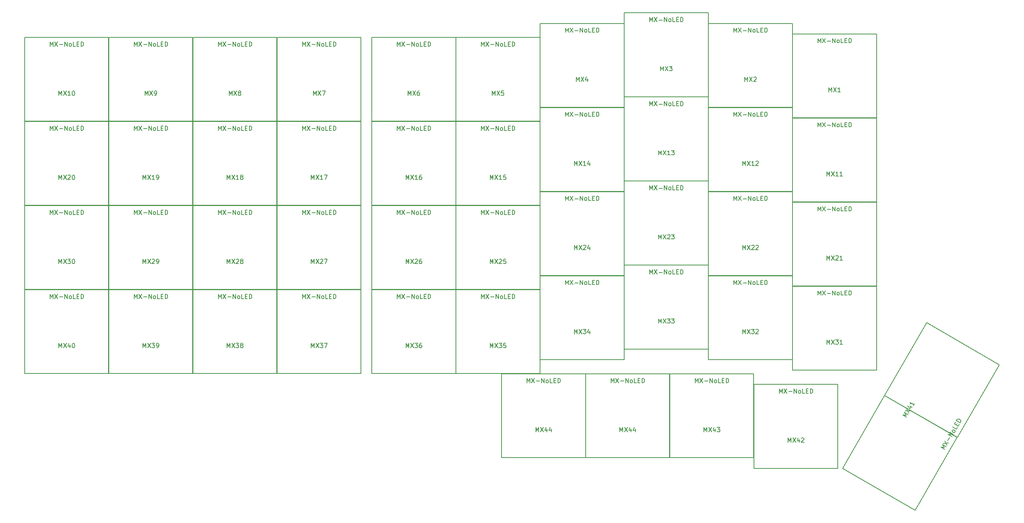
<source format=gbr>
%TF.GenerationSoftware,KiCad,Pcbnew,(5.1.9-0-10_14)*%
%TF.CreationDate,2021-04-19T01:20:52-05:00*%
%TF.ProjectId,wren-left-top,7772656e-2d6c-4656-9674-2d746f702e6b,rev?*%
%TF.SameCoordinates,Original*%
%TF.FileFunction,OtherDrawing,Comment*%
%FSLAX46Y46*%
G04 Gerber Fmt 4.6, Leading zero omitted, Abs format (unit mm)*
G04 Created by KiCad (PCBNEW (5.1.9-0-10_14)) date 2021-04-19 01:20:52*
%MOMM*%
%LPD*%
G01*
G04 APERTURE LIST*
%ADD10C,0.150000*%
G04 APERTURE END LIST*
D10*
%TO.C,MX44*%
X164287250Y-103212500D02*
X164287250Y-122212500D01*
X164287250Y-122212500D02*
X145287250Y-122212500D01*
X145287250Y-122212500D02*
X145287250Y-103212500D01*
X145287250Y-103212500D02*
X164287250Y-103212500D01*
%TO.C,MX41*%
X238935241Y-134097383D02*
X222480759Y-124597383D01*
X231980759Y-108142901D02*
X248435241Y-117642901D01*
X248435241Y-117642901D02*
X238935241Y-134097383D01*
X222480759Y-124597383D02*
X231980759Y-108142901D01*
X248460241Y-117599599D02*
X232005759Y-108099599D01*
X232005759Y-108099599D02*
X241505759Y-91645117D01*
X241505759Y-91645117D02*
X257960241Y-101145117D01*
X257960241Y-101145117D02*
X248460241Y-117599599D01*
%TO.C,MX44*%
X183331250Y-103212500D02*
X183331250Y-122212500D01*
X183331250Y-122212500D02*
X164331250Y-122212500D01*
X164331250Y-122212500D02*
X164331250Y-103212500D01*
X164331250Y-103212500D02*
X183331250Y-103212500D01*
%TO.C,MX43*%
X202381250Y-103212500D02*
X202381250Y-122212500D01*
X202381250Y-122212500D02*
X183381250Y-122212500D01*
X183381250Y-122212500D02*
X183381250Y-103212500D01*
X183381250Y-103212500D02*
X202381250Y-103212500D01*
%TO.C,MX42*%
X221431250Y-105593750D02*
X221431250Y-124593750D01*
X221431250Y-124593750D02*
X202431250Y-124593750D01*
X202431250Y-124593750D02*
X202431250Y-105593750D01*
X202431250Y-105593750D02*
X221431250Y-105593750D01*
%TO.C,MX40*%
X56331250Y-84162500D02*
X56331250Y-103162500D01*
X56331250Y-103162500D02*
X37331250Y-103162500D01*
X37331250Y-103162500D02*
X37331250Y-84162500D01*
X37331250Y-84162500D02*
X56331250Y-84162500D01*
%TO.C,MX39*%
X75381250Y-84162500D02*
X75381250Y-103162500D01*
X75381250Y-103162500D02*
X56381250Y-103162500D01*
X56381250Y-103162500D02*
X56381250Y-84162500D01*
X56381250Y-84162500D02*
X75381250Y-84162500D01*
%TO.C,MX38*%
X94431250Y-84162500D02*
X94431250Y-103162500D01*
X94431250Y-103162500D02*
X75431250Y-103162500D01*
X75431250Y-103162500D02*
X75431250Y-84162500D01*
X75431250Y-84162500D02*
X94431250Y-84162500D01*
%TO.C,MX37*%
X113481250Y-84162500D02*
X113481250Y-103162500D01*
X113481250Y-103162500D02*
X94481250Y-103162500D01*
X94481250Y-103162500D02*
X94481250Y-84162500D01*
X94481250Y-84162500D02*
X113481250Y-84162500D01*
%TO.C,MX36*%
X134912500Y-84162500D02*
X134912500Y-103162500D01*
X134912500Y-103162500D02*
X115912500Y-103162500D01*
X115912500Y-103162500D02*
X115912500Y-84162500D01*
X115912500Y-84162500D02*
X134912500Y-84162500D01*
%TO.C,MX35*%
X153962500Y-84162500D02*
X153962500Y-103162500D01*
X153962500Y-103162500D02*
X134962500Y-103162500D01*
X134962500Y-103162500D02*
X134962500Y-84162500D01*
X134962500Y-84162500D02*
X153962500Y-84162500D01*
%TO.C,MX34*%
X173012500Y-80987500D02*
X173012500Y-99987500D01*
X173012500Y-99987500D02*
X154012500Y-99987500D01*
X154012500Y-99987500D02*
X154012500Y-80987500D01*
X154012500Y-80987500D02*
X173012500Y-80987500D01*
%TO.C,MX33*%
X192062500Y-78606250D02*
X192062500Y-97606250D01*
X192062500Y-97606250D02*
X173062500Y-97606250D01*
X173062500Y-97606250D02*
X173062500Y-78606250D01*
X173062500Y-78606250D02*
X192062500Y-78606250D01*
%TO.C,MX32*%
X211112500Y-80987500D02*
X211112500Y-99987500D01*
X211112500Y-99987500D02*
X192112500Y-99987500D01*
X192112500Y-99987500D02*
X192112500Y-80987500D01*
X192112500Y-80987500D02*
X211112500Y-80987500D01*
%TO.C,MX31*%
X230162500Y-83368750D02*
X230162500Y-102368750D01*
X230162500Y-102368750D02*
X211162500Y-102368750D01*
X211162500Y-102368750D02*
X211162500Y-83368750D01*
X211162500Y-83368750D02*
X230162500Y-83368750D01*
%TO.C,MX30*%
X56331250Y-65112500D02*
X56331250Y-84112500D01*
X56331250Y-84112500D02*
X37331250Y-84112500D01*
X37331250Y-84112500D02*
X37331250Y-65112500D01*
X37331250Y-65112500D02*
X56331250Y-65112500D01*
%TO.C,MX29*%
X75381250Y-65112500D02*
X75381250Y-84112500D01*
X75381250Y-84112500D02*
X56381250Y-84112500D01*
X56381250Y-84112500D02*
X56381250Y-65112500D01*
X56381250Y-65112500D02*
X75381250Y-65112500D01*
%TO.C,MX28*%
X94431250Y-65112500D02*
X94431250Y-84112500D01*
X94431250Y-84112500D02*
X75431250Y-84112500D01*
X75431250Y-84112500D02*
X75431250Y-65112500D01*
X75431250Y-65112500D02*
X94431250Y-65112500D01*
%TO.C,MX27*%
X113481250Y-65112500D02*
X113481250Y-84112500D01*
X113481250Y-84112500D02*
X94481250Y-84112500D01*
X94481250Y-84112500D02*
X94481250Y-65112500D01*
X94481250Y-65112500D02*
X113481250Y-65112500D01*
%TO.C,MX26*%
X134912500Y-65112500D02*
X134912500Y-84112500D01*
X134912500Y-84112500D02*
X115912500Y-84112500D01*
X115912500Y-84112500D02*
X115912500Y-65112500D01*
X115912500Y-65112500D02*
X134912500Y-65112500D01*
%TO.C,MX25*%
X153962500Y-65112500D02*
X153962500Y-84112500D01*
X153962500Y-84112500D02*
X134962500Y-84112500D01*
X134962500Y-84112500D02*
X134962500Y-65112500D01*
X134962500Y-65112500D02*
X153962500Y-65112500D01*
%TO.C,MX24*%
X173012500Y-61937500D02*
X173012500Y-80937500D01*
X173012500Y-80937500D02*
X154012500Y-80937500D01*
X154012500Y-80937500D02*
X154012500Y-61937500D01*
X154012500Y-61937500D02*
X173012500Y-61937500D01*
%TO.C,MX23*%
X192062500Y-59556250D02*
X192062500Y-78556250D01*
X192062500Y-78556250D02*
X173062500Y-78556250D01*
X173062500Y-78556250D02*
X173062500Y-59556250D01*
X173062500Y-59556250D02*
X192062500Y-59556250D01*
%TO.C,MX22*%
X211112500Y-61937500D02*
X211112500Y-80937500D01*
X211112500Y-80937500D02*
X192112500Y-80937500D01*
X192112500Y-80937500D02*
X192112500Y-61937500D01*
X192112500Y-61937500D02*
X211112500Y-61937500D01*
%TO.C,MX21*%
X230162500Y-64318750D02*
X230162500Y-83318750D01*
X230162500Y-83318750D02*
X211162500Y-83318750D01*
X211162500Y-83318750D02*
X211162500Y-64318750D01*
X211162500Y-64318750D02*
X230162500Y-64318750D01*
%TO.C,MX20*%
X56331250Y-46062500D02*
X56331250Y-65062500D01*
X56331250Y-65062500D02*
X37331250Y-65062500D01*
X37331250Y-65062500D02*
X37331250Y-46062500D01*
X37331250Y-46062500D02*
X56331250Y-46062500D01*
%TO.C,MX19*%
X75381250Y-46062500D02*
X75381250Y-65062500D01*
X75381250Y-65062500D02*
X56381250Y-65062500D01*
X56381250Y-65062500D02*
X56381250Y-46062500D01*
X56381250Y-46062500D02*
X75381250Y-46062500D01*
%TO.C,MX18*%
X94431250Y-46062500D02*
X94431250Y-65062500D01*
X94431250Y-65062500D02*
X75431250Y-65062500D01*
X75431250Y-65062500D02*
X75431250Y-46062500D01*
X75431250Y-46062500D02*
X94431250Y-46062500D01*
%TO.C,MX17*%
X113481250Y-46062500D02*
X113481250Y-65062500D01*
X113481250Y-65062500D02*
X94481250Y-65062500D01*
X94481250Y-65062500D02*
X94481250Y-46062500D01*
X94481250Y-46062500D02*
X113481250Y-46062500D01*
%TO.C,MX16*%
X134912500Y-46062500D02*
X134912500Y-65062500D01*
X134912500Y-65062500D02*
X115912500Y-65062500D01*
X115912500Y-65062500D02*
X115912500Y-46062500D01*
X115912500Y-46062500D02*
X134912500Y-46062500D01*
%TO.C,MX15*%
X153962500Y-46062500D02*
X153962500Y-65062500D01*
X153962500Y-65062500D02*
X134962500Y-65062500D01*
X134962500Y-65062500D02*
X134962500Y-46062500D01*
X134962500Y-46062500D02*
X153962500Y-46062500D01*
%TO.C,MX14*%
X173012500Y-42887500D02*
X173012500Y-61887500D01*
X173012500Y-61887500D02*
X154012500Y-61887500D01*
X154012500Y-61887500D02*
X154012500Y-42887500D01*
X154012500Y-42887500D02*
X173012500Y-42887500D01*
%TO.C,MX13*%
X192062500Y-40506250D02*
X192062500Y-59506250D01*
X192062500Y-59506250D02*
X173062500Y-59506250D01*
X173062500Y-59506250D02*
X173062500Y-40506250D01*
X173062500Y-40506250D02*
X192062500Y-40506250D01*
%TO.C,MX12*%
X211112500Y-42887500D02*
X211112500Y-61887500D01*
X211112500Y-61887500D02*
X192112500Y-61887500D01*
X192112500Y-61887500D02*
X192112500Y-42887500D01*
X192112500Y-42887500D02*
X211112500Y-42887500D01*
%TO.C,MX11*%
X230162500Y-45268750D02*
X230162500Y-64268750D01*
X230162500Y-64268750D02*
X211162500Y-64268750D01*
X211162500Y-64268750D02*
X211162500Y-45268750D01*
X211162500Y-45268750D02*
X230162500Y-45268750D01*
%TO.C,MX10*%
X56331250Y-27012500D02*
X56331250Y-46012500D01*
X56331250Y-46012500D02*
X37331250Y-46012500D01*
X37331250Y-46012500D02*
X37331250Y-27012500D01*
X37331250Y-27012500D02*
X56331250Y-27012500D01*
%TO.C,MX9*%
X75381250Y-27012500D02*
X75381250Y-46012500D01*
X75381250Y-46012500D02*
X56381250Y-46012500D01*
X56381250Y-46012500D02*
X56381250Y-27012500D01*
X56381250Y-27012500D02*
X75381250Y-27012500D01*
%TO.C,MX8*%
X94431250Y-27012500D02*
X94431250Y-46012500D01*
X94431250Y-46012500D02*
X75431250Y-46012500D01*
X75431250Y-46012500D02*
X75431250Y-27012500D01*
X75431250Y-27012500D02*
X94431250Y-27012500D01*
%TO.C,MX7*%
X113481250Y-27012500D02*
X113481250Y-46012500D01*
X113481250Y-46012500D02*
X94481250Y-46012500D01*
X94481250Y-46012500D02*
X94481250Y-27012500D01*
X94481250Y-27012500D02*
X113481250Y-27012500D01*
%TO.C,MX6*%
X134912500Y-27012500D02*
X134912500Y-46012500D01*
X134912500Y-46012500D02*
X115912500Y-46012500D01*
X115912500Y-46012500D02*
X115912500Y-27012500D01*
X115912500Y-27012500D02*
X134912500Y-27012500D01*
%TO.C,MX5*%
X153962500Y-27012500D02*
X153962500Y-46012500D01*
X153962500Y-46012500D02*
X134962500Y-46012500D01*
X134962500Y-46012500D02*
X134962500Y-27012500D01*
X134962500Y-27012500D02*
X153962500Y-27012500D01*
%TO.C,MX4*%
X173012500Y-23837500D02*
X173012500Y-42837500D01*
X173012500Y-42837500D02*
X154012500Y-42837500D01*
X154012500Y-42837500D02*
X154012500Y-23837500D01*
X154012500Y-23837500D02*
X173012500Y-23837500D01*
%TO.C,MX3*%
X192062500Y-21456250D02*
X192062500Y-40456250D01*
X192062500Y-40456250D02*
X173062500Y-40456250D01*
X173062500Y-40456250D02*
X173062500Y-21456250D01*
X173062500Y-21456250D02*
X192062500Y-21456250D01*
%TO.C,MX2*%
X211112500Y-23837500D02*
X211112500Y-42837500D01*
X211112500Y-42837500D02*
X192112500Y-42837500D01*
X192112500Y-42837500D02*
X192112500Y-23837500D01*
X192112500Y-23837500D02*
X211112500Y-23837500D01*
%TO.C,MX1*%
X230162500Y-26218750D02*
X230162500Y-45218750D01*
X230162500Y-45218750D02*
X211162500Y-45218750D01*
X211162500Y-45218750D02*
X211162500Y-26218750D01*
X211162500Y-26218750D02*
X230162500Y-26218750D01*
%TD*%
%TO.C,MX44*%
X153025345Y-116339880D02*
X153025345Y-115339880D01*
X153358678Y-116054166D01*
X153692011Y-115339880D01*
X153692011Y-116339880D01*
X154072964Y-115339880D02*
X154739630Y-116339880D01*
X154739630Y-115339880D02*
X154072964Y-116339880D01*
X155549154Y-115673214D02*
X155549154Y-116339880D01*
X155311059Y-115292261D02*
X155072964Y-116006547D01*
X155692011Y-116006547D01*
X156501535Y-115673214D02*
X156501535Y-116339880D01*
X156263440Y-115292261D02*
X156025345Y-116006547D01*
X156644392Y-116006547D01*
X151025345Y-105227380D02*
X151025345Y-104227380D01*
X151358678Y-104941666D01*
X151692011Y-104227380D01*
X151692011Y-105227380D01*
X152072964Y-104227380D02*
X152739630Y-105227380D01*
X152739630Y-104227380D02*
X152072964Y-105227380D01*
X153120583Y-104846428D02*
X153882488Y-104846428D01*
X154358678Y-105227380D02*
X154358678Y-104227380D01*
X154930107Y-105227380D01*
X154930107Y-104227380D01*
X155549154Y-105227380D02*
X155453916Y-105179761D01*
X155406297Y-105132142D01*
X155358678Y-105036904D01*
X155358678Y-104751190D01*
X155406297Y-104655952D01*
X155453916Y-104608333D01*
X155549154Y-104560714D01*
X155692011Y-104560714D01*
X155787250Y-104608333D01*
X155834869Y-104655952D01*
X155882488Y-104751190D01*
X155882488Y-105036904D01*
X155834869Y-105132142D01*
X155787250Y-105179761D01*
X155692011Y-105227380D01*
X155549154Y-105227380D01*
X156787250Y-105227380D02*
X156311059Y-105227380D01*
X156311059Y-104227380D01*
X157120583Y-104703571D02*
X157453916Y-104703571D01*
X157596773Y-105227380D02*
X157120583Y-105227380D01*
X157120583Y-104227380D01*
X157596773Y-104227380D01*
X158025345Y-105227380D02*
X158025345Y-104227380D01*
X158263440Y-104227380D01*
X158406297Y-104275000D01*
X158501535Y-104370238D01*
X158549154Y-104465476D01*
X158596773Y-104655952D01*
X158596773Y-104798809D01*
X158549154Y-104989285D01*
X158501535Y-105084523D01*
X158406297Y-105179761D01*
X158263440Y-105227380D01*
X158025345Y-105227380D01*
%TO.C,MX41*%
X236981690Y-113035794D02*
X236115664Y-112535794D01*
X236900920Y-112604262D01*
X236448997Y-111958444D01*
X237315023Y-112458444D01*
X236639474Y-111628530D02*
X237838832Y-111551179D01*
X236972807Y-111051179D02*
X237505499Y-112128530D01*
X237666244Y-110516778D02*
X238243594Y-110850111D01*
X237217282Y-110532498D02*
X237716824Y-111095837D01*
X238026348Y-110559727D01*
X238767404Y-109942846D02*
X238481690Y-110437718D01*
X238624547Y-110190282D02*
X237758521Y-109690282D01*
X237834620Y-109844189D01*
X237869480Y-109974287D01*
X237863100Y-110080575D01*
X245605398Y-120324095D02*
X244739372Y-119824095D01*
X245524628Y-119892563D01*
X245072705Y-119246745D01*
X245938731Y-119746745D01*
X245263182Y-118916830D02*
X246462540Y-118839480D01*
X245596515Y-118339480D02*
X246129207Y-119416830D01*
X246323102Y-118319089D02*
X246704055Y-117659261D01*
X247272064Y-117437344D02*
X246406039Y-116937344D01*
X247557778Y-116942472D01*
X246691753Y-116442472D01*
X247867302Y-116406361D02*
X247778444Y-116465030D01*
X247713395Y-116482460D01*
X247607107Y-116476080D01*
X247359671Y-116333223D01*
X247301002Y-116244365D01*
X247283572Y-116179316D01*
X247289952Y-116073028D01*
X247361381Y-115949310D01*
X247450239Y-115890641D01*
X247515288Y-115873211D01*
X247621576Y-115879591D01*
X247869012Y-116022448D01*
X247927681Y-116111306D01*
X247945111Y-116176355D01*
X247938731Y-116282643D01*
X247867302Y-116406361D01*
X248486350Y-115334139D02*
X248248255Y-115746532D01*
X247382229Y-115246532D01*
X248199384Y-114783559D02*
X248366051Y-114494884D01*
X248891112Y-114633071D02*
X248653017Y-115045464D01*
X247786991Y-114545464D01*
X248025086Y-114133071D01*
X249105398Y-114261917D02*
X248239372Y-113761917D01*
X248358420Y-113555721D01*
X248471088Y-113455812D01*
X248601185Y-113420953D01*
X248707473Y-113427333D01*
X248896240Y-113481331D01*
X249019958Y-113552760D01*
X249161106Y-113689237D01*
X249219775Y-113778096D01*
X249254634Y-113908193D01*
X249224445Y-114055721D01*
X249105398Y-114261917D01*
%TO.C,MX44*%
X172069345Y-116339880D02*
X172069345Y-115339880D01*
X172402678Y-116054166D01*
X172736011Y-115339880D01*
X172736011Y-116339880D01*
X173116964Y-115339880D02*
X173783630Y-116339880D01*
X173783630Y-115339880D02*
X173116964Y-116339880D01*
X174593154Y-115673214D02*
X174593154Y-116339880D01*
X174355059Y-115292261D02*
X174116964Y-116006547D01*
X174736011Y-116006547D01*
X175545535Y-115673214D02*
X175545535Y-116339880D01*
X175307440Y-115292261D02*
X175069345Y-116006547D01*
X175688392Y-116006547D01*
X170069345Y-105227380D02*
X170069345Y-104227380D01*
X170402678Y-104941666D01*
X170736011Y-104227380D01*
X170736011Y-105227380D01*
X171116964Y-104227380D02*
X171783630Y-105227380D01*
X171783630Y-104227380D02*
X171116964Y-105227380D01*
X172164583Y-104846428D02*
X172926488Y-104846428D01*
X173402678Y-105227380D02*
X173402678Y-104227380D01*
X173974107Y-105227380D01*
X173974107Y-104227380D01*
X174593154Y-105227380D02*
X174497916Y-105179761D01*
X174450297Y-105132142D01*
X174402678Y-105036904D01*
X174402678Y-104751190D01*
X174450297Y-104655952D01*
X174497916Y-104608333D01*
X174593154Y-104560714D01*
X174736011Y-104560714D01*
X174831250Y-104608333D01*
X174878869Y-104655952D01*
X174926488Y-104751190D01*
X174926488Y-105036904D01*
X174878869Y-105132142D01*
X174831250Y-105179761D01*
X174736011Y-105227380D01*
X174593154Y-105227380D01*
X175831250Y-105227380D02*
X175355059Y-105227380D01*
X175355059Y-104227380D01*
X176164583Y-104703571D02*
X176497916Y-104703571D01*
X176640773Y-105227380D02*
X176164583Y-105227380D01*
X176164583Y-104227380D01*
X176640773Y-104227380D01*
X177069345Y-105227380D02*
X177069345Y-104227380D01*
X177307440Y-104227380D01*
X177450297Y-104275000D01*
X177545535Y-104370238D01*
X177593154Y-104465476D01*
X177640773Y-104655952D01*
X177640773Y-104798809D01*
X177593154Y-104989285D01*
X177545535Y-105084523D01*
X177450297Y-105179761D01*
X177307440Y-105227380D01*
X177069345Y-105227380D01*
%TO.C,MX43*%
X191119345Y-116339880D02*
X191119345Y-115339880D01*
X191452678Y-116054166D01*
X191786011Y-115339880D01*
X191786011Y-116339880D01*
X192166964Y-115339880D02*
X192833630Y-116339880D01*
X192833630Y-115339880D02*
X192166964Y-116339880D01*
X193643154Y-115673214D02*
X193643154Y-116339880D01*
X193405059Y-115292261D02*
X193166964Y-116006547D01*
X193786011Y-116006547D01*
X194071726Y-115339880D02*
X194690773Y-115339880D01*
X194357440Y-115720833D01*
X194500297Y-115720833D01*
X194595535Y-115768452D01*
X194643154Y-115816071D01*
X194690773Y-115911309D01*
X194690773Y-116149404D01*
X194643154Y-116244642D01*
X194595535Y-116292261D01*
X194500297Y-116339880D01*
X194214583Y-116339880D01*
X194119345Y-116292261D01*
X194071726Y-116244642D01*
X189119345Y-105227380D02*
X189119345Y-104227380D01*
X189452678Y-104941666D01*
X189786011Y-104227380D01*
X189786011Y-105227380D01*
X190166964Y-104227380D02*
X190833630Y-105227380D01*
X190833630Y-104227380D02*
X190166964Y-105227380D01*
X191214583Y-104846428D02*
X191976488Y-104846428D01*
X192452678Y-105227380D02*
X192452678Y-104227380D01*
X193024107Y-105227380D01*
X193024107Y-104227380D01*
X193643154Y-105227380D02*
X193547916Y-105179761D01*
X193500297Y-105132142D01*
X193452678Y-105036904D01*
X193452678Y-104751190D01*
X193500297Y-104655952D01*
X193547916Y-104608333D01*
X193643154Y-104560714D01*
X193786011Y-104560714D01*
X193881250Y-104608333D01*
X193928869Y-104655952D01*
X193976488Y-104751190D01*
X193976488Y-105036904D01*
X193928869Y-105132142D01*
X193881250Y-105179761D01*
X193786011Y-105227380D01*
X193643154Y-105227380D01*
X194881250Y-105227380D02*
X194405059Y-105227380D01*
X194405059Y-104227380D01*
X195214583Y-104703571D02*
X195547916Y-104703571D01*
X195690773Y-105227380D02*
X195214583Y-105227380D01*
X195214583Y-104227380D01*
X195690773Y-104227380D01*
X196119345Y-105227380D02*
X196119345Y-104227380D01*
X196357440Y-104227380D01*
X196500297Y-104275000D01*
X196595535Y-104370238D01*
X196643154Y-104465476D01*
X196690773Y-104655952D01*
X196690773Y-104798809D01*
X196643154Y-104989285D01*
X196595535Y-105084523D01*
X196500297Y-105179761D01*
X196357440Y-105227380D01*
X196119345Y-105227380D01*
%TO.C,MX42*%
X210169345Y-118721130D02*
X210169345Y-117721130D01*
X210502678Y-118435416D01*
X210836011Y-117721130D01*
X210836011Y-118721130D01*
X211216964Y-117721130D02*
X211883630Y-118721130D01*
X211883630Y-117721130D02*
X211216964Y-118721130D01*
X212693154Y-118054464D02*
X212693154Y-118721130D01*
X212455059Y-117673511D02*
X212216964Y-118387797D01*
X212836011Y-118387797D01*
X213169345Y-117816369D02*
X213216964Y-117768750D01*
X213312202Y-117721130D01*
X213550297Y-117721130D01*
X213645535Y-117768750D01*
X213693154Y-117816369D01*
X213740773Y-117911607D01*
X213740773Y-118006845D01*
X213693154Y-118149702D01*
X213121726Y-118721130D01*
X213740773Y-118721130D01*
X208169345Y-107608630D02*
X208169345Y-106608630D01*
X208502678Y-107322916D01*
X208836011Y-106608630D01*
X208836011Y-107608630D01*
X209216964Y-106608630D02*
X209883630Y-107608630D01*
X209883630Y-106608630D02*
X209216964Y-107608630D01*
X210264583Y-107227678D02*
X211026488Y-107227678D01*
X211502678Y-107608630D02*
X211502678Y-106608630D01*
X212074107Y-107608630D01*
X212074107Y-106608630D01*
X212693154Y-107608630D02*
X212597916Y-107561011D01*
X212550297Y-107513392D01*
X212502678Y-107418154D01*
X212502678Y-107132440D01*
X212550297Y-107037202D01*
X212597916Y-106989583D01*
X212693154Y-106941964D01*
X212836011Y-106941964D01*
X212931250Y-106989583D01*
X212978869Y-107037202D01*
X213026488Y-107132440D01*
X213026488Y-107418154D01*
X212978869Y-107513392D01*
X212931250Y-107561011D01*
X212836011Y-107608630D01*
X212693154Y-107608630D01*
X213931250Y-107608630D02*
X213455059Y-107608630D01*
X213455059Y-106608630D01*
X214264583Y-107084821D02*
X214597916Y-107084821D01*
X214740773Y-107608630D02*
X214264583Y-107608630D01*
X214264583Y-106608630D01*
X214740773Y-106608630D01*
X215169345Y-107608630D02*
X215169345Y-106608630D01*
X215407440Y-106608630D01*
X215550297Y-106656250D01*
X215645535Y-106751488D01*
X215693154Y-106846726D01*
X215740773Y-107037202D01*
X215740773Y-107180059D01*
X215693154Y-107370535D01*
X215645535Y-107465773D01*
X215550297Y-107561011D01*
X215407440Y-107608630D01*
X215169345Y-107608630D01*
%TO.C,MX40*%
X45069345Y-97289880D02*
X45069345Y-96289880D01*
X45402678Y-97004166D01*
X45736011Y-96289880D01*
X45736011Y-97289880D01*
X46116964Y-96289880D02*
X46783630Y-97289880D01*
X46783630Y-96289880D02*
X46116964Y-97289880D01*
X47593154Y-96623214D02*
X47593154Y-97289880D01*
X47355059Y-96242261D02*
X47116964Y-96956547D01*
X47736011Y-96956547D01*
X48307440Y-96289880D02*
X48402678Y-96289880D01*
X48497916Y-96337500D01*
X48545535Y-96385119D01*
X48593154Y-96480357D01*
X48640773Y-96670833D01*
X48640773Y-96908928D01*
X48593154Y-97099404D01*
X48545535Y-97194642D01*
X48497916Y-97242261D01*
X48402678Y-97289880D01*
X48307440Y-97289880D01*
X48212202Y-97242261D01*
X48164583Y-97194642D01*
X48116964Y-97099404D01*
X48069345Y-96908928D01*
X48069345Y-96670833D01*
X48116964Y-96480357D01*
X48164583Y-96385119D01*
X48212202Y-96337500D01*
X48307440Y-96289880D01*
X43069345Y-86177380D02*
X43069345Y-85177380D01*
X43402678Y-85891666D01*
X43736011Y-85177380D01*
X43736011Y-86177380D01*
X44116964Y-85177380D02*
X44783630Y-86177380D01*
X44783630Y-85177380D02*
X44116964Y-86177380D01*
X45164583Y-85796428D02*
X45926488Y-85796428D01*
X46402678Y-86177380D02*
X46402678Y-85177380D01*
X46974107Y-86177380D01*
X46974107Y-85177380D01*
X47593154Y-86177380D02*
X47497916Y-86129761D01*
X47450297Y-86082142D01*
X47402678Y-85986904D01*
X47402678Y-85701190D01*
X47450297Y-85605952D01*
X47497916Y-85558333D01*
X47593154Y-85510714D01*
X47736011Y-85510714D01*
X47831250Y-85558333D01*
X47878869Y-85605952D01*
X47926488Y-85701190D01*
X47926488Y-85986904D01*
X47878869Y-86082142D01*
X47831250Y-86129761D01*
X47736011Y-86177380D01*
X47593154Y-86177380D01*
X48831250Y-86177380D02*
X48355059Y-86177380D01*
X48355059Y-85177380D01*
X49164583Y-85653571D02*
X49497916Y-85653571D01*
X49640773Y-86177380D02*
X49164583Y-86177380D01*
X49164583Y-85177380D01*
X49640773Y-85177380D01*
X50069345Y-86177380D02*
X50069345Y-85177380D01*
X50307440Y-85177380D01*
X50450297Y-85225000D01*
X50545535Y-85320238D01*
X50593154Y-85415476D01*
X50640773Y-85605952D01*
X50640773Y-85748809D01*
X50593154Y-85939285D01*
X50545535Y-86034523D01*
X50450297Y-86129761D01*
X50307440Y-86177380D01*
X50069345Y-86177380D01*
%TO.C,MX39*%
X64119345Y-97289880D02*
X64119345Y-96289880D01*
X64452678Y-97004166D01*
X64786011Y-96289880D01*
X64786011Y-97289880D01*
X65166964Y-96289880D02*
X65833630Y-97289880D01*
X65833630Y-96289880D02*
X65166964Y-97289880D01*
X66119345Y-96289880D02*
X66738392Y-96289880D01*
X66405059Y-96670833D01*
X66547916Y-96670833D01*
X66643154Y-96718452D01*
X66690773Y-96766071D01*
X66738392Y-96861309D01*
X66738392Y-97099404D01*
X66690773Y-97194642D01*
X66643154Y-97242261D01*
X66547916Y-97289880D01*
X66262202Y-97289880D01*
X66166964Y-97242261D01*
X66119345Y-97194642D01*
X67214583Y-97289880D02*
X67405059Y-97289880D01*
X67500297Y-97242261D01*
X67547916Y-97194642D01*
X67643154Y-97051785D01*
X67690773Y-96861309D01*
X67690773Y-96480357D01*
X67643154Y-96385119D01*
X67595535Y-96337500D01*
X67500297Y-96289880D01*
X67309821Y-96289880D01*
X67214583Y-96337500D01*
X67166964Y-96385119D01*
X67119345Y-96480357D01*
X67119345Y-96718452D01*
X67166964Y-96813690D01*
X67214583Y-96861309D01*
X67309821Y-96908928D01*
X67500297Y-96908928D01*
X67595535Y-96861309D01*
X67643154Y-96813690D01*
X67690773Y-96718452D01*
X62119345Y-86177380D02*
X62119345Y-85177380D01*
X62452678Y-85891666D01*
X62786011Y-85177380D01*
X62786011Y-86177380D01*
X63166964Y-85177380D02*
X63833630Y-86177380D01*
X63833630Y-85177380D02*
X63166964Y-86177380D01*
X64214583Y-85796428D02*
X64976488Y-85796428D01*
X65452678Y-86177380D02*
X65452678Y-85177380D01*
X66024107Y-86177380D01*
X66024107Y-85177380D01*
X66643154Y-86177380D02*
X66547916Y-86129761D01*
X66500297Y-86082142D01*
X66452678Y-85986904D01*
X66452678Y-85701190D01*
X66500297Y-85605952D01*
X66547916Y-85558333D01*
X66643154Y-85510714D01*
X66786011Y-85510714D01*
X66881250Y-85558333D01*
X66928869Y-85605952D01*
X66976488Y-85701190D01*
X66976488Y-85986904D01*
X66928869Y-86082142D01*
X66881250Y-86129761D01*
X66786011Y-86177380D01*
X66643154Y-86177380D01*
X67881250Y-86177380D02*
X67405059Y-86177380D01*
X67405059Y-85177380D01*
X68214583Y-85653571D02*
X68547916Y-85653571D01*
X68690773Y-86177380D02*
X68214583Y-86177380D01*
X68214583Y-85177380D01*
X68690773Y-85177380D01*
X69119345Y-86177380D02*
X69119345Y-85177380D01*
X69357440Y-85177380D01*
X69500297Y-85225000D01*
X69595535Y-85320238D01*
X69643154Y-85415476D01*
X69690773Y-85605952D01*
X69690773Y-85748809D01*
X69643154Y-85939285D01*
X69595535Y-86034523D01*
X69500297Y-86129761D01*
X69357440Y-86177380D01*
X69119345Y-86177380D01*
%TO.C,MX38*%
X83169345Y-97289880D02*
X83169345Y-96289880D01*
X83502678Y-97004166D01*
X83836011Y-96289880D01*
X83836011Y-97289880D01*
X84216964Y-96289880D02*
X84883630Y-97289880D01*
X84883630Y-96289880D02*
X84216964Y-97289880D01*
X85169345Y-96289880D02*
X85788392Y-96289880D01*
X85455059Y-96670833D01*
X85597916Y-96670833D01*
X85693154Y-96718452D01*
X85740773Y-96766071D01*
X85788392Y-96861309D01*
X85788392Y-97099404D01*
X85740773Y-97194642D01*
X85693154Y-97242261D01*
X85597916Y-97289880D01*
X85312202Y-97289880D01*
X85216964Y-97242261D01*
X85169345Y-97194642D01*
X86359821Y-96718452D02*
X86264583Y-96670833D01*
X86216964Y-96623214D01*
X86169345Y-96527976D01*
X86169345Y-96480357D01*
X86216964Y-96385119D01*
X86264583Y-96337500D01*
X86359821Y-96289880D01*
X86550297Y-96289880D01*
X86645535Y-96337500D01*
X86693154Y-96385119D01*
X86740773Y-96480357D01*
X86740773Y-96527976D01*
X86693154Y-96623214D01*
X86645535Y-96670833D01*
X86550297Y-96718452D01*
X86359821Y-96718452D01*
X86264583Y-96766071D01*
X86216964Y-96813690D01*
X86169345Y-96908928D01*
X86169345Y-97099404D01*
X86216964Y-97194642D01*
X86264583Y-97242261D01*
X86359821Y-97289880D01*
X86550297Y-97289880D01*
X86645535Y-97242261D01*
X86693154Y-97194642D01*
X86740773Y-97099404D01*
X86740773Y-96908928D01*
X86693154Y-96813690D01*
X86645535Y-96766071D01*
X86550297Y-96718452D01*
X81169345Y-86177380D02*
X81169345Y-85177380D01*
X81502678Y-85891666D01*
X81836011Y-85177380D01*
X81836011Y-86177380D01*
X82216964Y-85177380D02*
X82883630Y-86177380D01*
X82883630Y-85177380D02*
X82216964Y-86177380D01*
X83264583Y-85796428D02*
X84026488Y-85796428D01*
X84502678Y-86177380D02*
X84502678Y-85177380D01*
X85074107Y-86177380D01*
X85074107Y-85177380D01*
X85693154Y-86177380D02*
X85597916Y-86129761D01*
X85550297Y-86082142D01*
X85502678Y-85986904D01*
X85502678Y-85701190D01*
X85550297Y-85605952D01*
X85597916Y-85558333D01*
X85693154Y-85510714D01*
X85836011Y-85510714D01*
X85931250Y-85558333D01*
X85978869Y-85605952D01*
X86026488Y-85701190D01*
X86026488Y-85986904D01*
X85978869Y-86082142D01*
X85931250Y-86129761D01*
X85836011Y-86177380D01*
X85693154Y-86177380D01*
X86931250Y-86177380D02*
X86455059Y-86177380D01*
X86455059Y-85177380D01*
X87264583Y-85653571D02*
X87597916Y-85653571D01*
X87740773Y-86177380D02*
X87264583Y-86177380D01*
X87264583Y-85177380D01*
X87740773Y-85177380D01*
X88169345Y-86177380D02*
X88169345Y-85177380D01*
X88407440Y-85177380D01*
X88550297Y-85225000D01*
X88645535Y-85320238D01*
X88693154Y-85415476D01*
X88740773Y-85605952D01*
X88740773Y-85748809D01*
X88693154Y-85939285D01*
X88645535Y-86034523D01*
X88550297Y-86129761D01*
X88407440Y-86177380D01*
X88169345Y-86177380D01*
%TO.C,MX37*%
X102219345Y-97289880D02*
X102219345Y-96289880D01*
X102552678Y-97004166D01*
X102886011Y-96289880D01*
X102886011Y-97289880D01*
X103266964Y-96289880D02*
X103933630Y-97289880D01*
X103933630Y-96289880D02*
X103266964Y-97289880D01*
X104219345Y-96289880D02*
X104838392Y-96289880D01*
X104505059Y-96670833D01*
X104647916Y-96670833D01*
X104743154Y-96718452D01*
X104790773Y-96766071D01*
X104838392Y-96861309D01*
X104838392Y-97099404D01*
X104790773Y-97194642D01*
X104743154Y-97242261D01*
X104647916Y-97289880D01*
X104362202Y-97289880D01*
X104266964Y-97242261D01*
X104219345Y-97194642D01*
X105171726Y-96289880D02*
X105838392Y-96289880D01*
X105409821Y-97289880D01*
X100219345Y-86177380D02*
X100219345Y-85177380D01*
X100552678Y-85891666D01*
X100886011Y-85177380D01*
X100886011Y-86177380D01*
X101266964Y-85177380D02*
X101933630Y-86177380D01*
X101933630Y-85177380D02*
X101266964Y-86177380D01*
X102314583Y-85796428D02*
X103076488Y-85796428D01*
X103552678Y-86177380D02*
X103552678Y-85177380D01*
X104124107Y-86177380D01*
X104124107Y-85177380D01*
X104743154Y-86177380D02*
X104647916Y-86129761D01*
X104600297Y-86082142D01*
X104552678Y-85986904D01*
X104552678Y-85701190D01*
X104600297Y-85605952D01*
X104647916Y-85558333D01*
X104743154Y-85510714D01*
X104886011Y-85510714D01*
X104981250Y-85558333D01*
X105028869Y-85605952D01*
X105076488Y-85701190D01*
X105076488Y-85986904D01*
X105028869Y-86082142D01*
X104981250Y-86129761D01*
X104886011Y-86177380D01*
X104743154Y-86177380D01*
X105981250Y-86177380D02*
X105505059Y-86177380D01*
X105505059Y-85177380D01*
X106314583Y-85653571D02*
X106647916Y-85653571D01*
X106790773Y-86177380D02*
X106314583Y-86177380D01*
X106314583Y-85177380D01*
X106790773Y-85177380D01*
X107219345Y-86177380D02*
X107219345Y-85177380D01*
X107457440Y-85177380D01*
X107600297Y-85225000D01*
X107695535Y-85320238D01*
X107743154Y-85415476D01*
X107790773Y-85605952D01*
X107790773Y-85748809D01*
X107743154Y-85939285D01*
X107695535Y-86034523D01*
X107600297Y-86129761D01*
X107457440Y-86177380D01*
X107219345Y-86177380D01*
%TO.C,MX36*%
X123650595Y-97289880D02*
X123650595Y-96289880D01*
X123983928Y-97004166D01*
X124317261Y-96289880D01*
X124317261Y-97289880D01*
X124698214Y-96289880D02*
X125364880Y-97289880D01*
X125364880Y-96289880D02*
X124698214Y-97289880D01*
X125650595Y-96289880D02*
X126269642Y-96289880D01*
X125936309Y-96670833D01*
X126079166Y-96670833D01*
X126174404Y-96718452D01*
X126222023Y-96766071D01*
X126269642Y-96861309D01*
X126269642Y-97099404D01*
X126222023Y-97194642D01*
X126174404Y-97242261D01*
X126079166Y-97289880D01*
X125793452Y-97289880D01*
X125698214Y-97242261D01*
X125650595Y-97194642D01*
X127126785Y-96289880D02*
X126936309Y-96289880D01*
X126841071Y-96337500D01*
X126793452Y-96385119D01*
X126698214Y-96527976D01*
X126650595Y-96718452D01*
X126650595Y-97099404D01*
X126698214Y-97194642D01*
X126745833Y-97242261D01*
X126841071Y-97289880D01*
X127031547Y-97289880D01*
X127126785Y-97242261D01*
X127174404Y-97194642D01*
X127222023Y-97099404D01*
X127222023Y-96861309D01*
X127174404Y-96766071D01*
X127126785Y-96718452D01*
X127031547Y-96670833D01*
X126841071Y-96670833D01*
X126745833Y-96718452D01*
X126698214Y-96766071D01*
X126650595Y-96861309D01*
X121650595Y-86177380D02*
X121650595Y-85177380D01*
X121983928Y-85891666D01*
X122317261Y-85177380D01*
X122317261Y-86177380D01*
X122698214Y-85177380D02*
X123364880Y-86177380D01*
X123364880Y-85177380D02*
X122698214Y-86177380D01*
X123745833Y-85796428D02*
X124507738Y-85796428D01*
X124983928Y-86177380D02*
X124983928Y-85177380D01*
X125555357Y-86177380D01*
X125555357Y-85177380D01*
X126174404Y-86177380D02*
X126079166Y-86129761D01*
X126031547Y-86082142D01*
X125983928Y-85986904D01*
X125983928Y-85701190D01*
X126031547Y-85605952D01*
X126079166Y-85558333D01*
X126174404Y-85510714D01*
X126317261Y-85510714D01*
X126412500Y-85558333D01*
X126460119Y-85605952D01*
X126507738Y-85701190D01*
X126507738Y-85986904D01*
X126460119Y-86082142D01*
X126412500Y-86129761D01*
X126317261Y-86177380D01*
X126174404Y-86177380D01*
X127412500Y-86177380D02*
X126936309Y-86177380D01*
X126936309Y-85177380D01*
X127745833Y-85653571D02*
X128079166Y-85653571D01*
X128222023Y-86177380D02*
X127745833Y-86177380D01*
X127745833Y-85177380D01*
X128222023Y-85177380D01*
X128650595Y-86177380D02*
X128650595Y-85177380D01*
X128888690Y-85177380D01*
X129031547Y-85225000D01*
X129126785Y-85320238D01*
X129174404Y-85415476D01*
X129222023Y-85605952D01*
X129222023Y-85748809D01*
X129174404Y-85939285D01*
X129126785Y-86034523D01*
X129031547Y-86129761D01*
X128888690Y-86177380D01*
X128650595Y-86177380D01*
%TO.C,MX35*%
X142700595Y-97289880D02*
X142700595Y-96289880D01*
X143033928Y-97004166D01*
X143367261Y-96289880D01*
X143367261Y-97289880D01*
X143748214Y-96289880D02*
X144414880Y-97289880D01*
X144414880Y-96289880D02*
X143748214Y-97289880D01*
X144700595Y-96289880D02*
X145319642Y-96289880D01*
X144986309Y-96670833D01*
X145129166Y-96670833D01*
X145224404Y-96718452D01*
X145272023Y-96766071D01*
X145319642Y-96861309D01*
X145319642Y-97099404D01*
X145272023Y-97194642D01*
X145224404Y-97242261D01*
X145129166Y-97289880D01*
X144843452Y-97289880D01*
X144748214Y-97242261D01*
X144700595Y-97194642D01*
X146224404Y-96289880D02*
X145748214Y-96289880D01*
X145700595Y-96766071D01*
X145748214Y-96718452D01*
X145843452Y-96670833D01*
X146081547Y-96670833D01*
X146176785Y-96718452D01*
X146224404Y-96766071D01*
X146272023Y-96861309D01*
X146272023Y-97099404D01*
X146224404Y-97194642D01*
X146176785Y-97242261D01*
X146081547Y-97289880D01*
X145843452Y-97289880D01*
X145748214Y-97242261D01*
X145700595Y-97194642D01*
X140700595Y-86177380D02*
X140700595Y-85177380D01*
X141033928Y-85891666D01*
X141367261Y-85177380D01*
X141367261Y-86177380D01*
X141748214Y-85177380D02*
X142414880Y-86177380D01*
X142414880Y-85177380D02*
X141748214Y-86177380D01*
X142795833Y-85796428D02*
X143557738Y-85796428D01*
X144033928Y-86177380D02*
X144033928Y-85177380D01*
X144605357Y-86177380D01*
X144605357Y-85177380D01*
X145224404Y-86177380D02*
X145129166Y-86129761D01*
X145081547Y-86082142D01*
X145033928Y-85986904D01*
X145033928Y-85701190D01*
X145081547Y-85605952D01*
X145129166Y-85558333D01*
X145224404Y-85510714D01*
X145367261Y-85510714D01*
X145462500Y-85558333D01*
X145510119Y-85605952D01*
X145557738Y-85701190D01*
X145557738Y-85986904D01*
X145510119Y-86082142D01*
X145462500Y-86129761D01*
X145367261Y-86177380D01*
X145224404Y-86177380D01*
X146462500Y-86177380D02*
X145986309Y-86177380D01*
X145986309Y-85177380D01*
X146795833Y-85653571D02*
X147129166Y-85653571D01*
X147272023Y-86177380D02*
X146795833Y-86177380D01*
X146795833Y-85177380D01*
X147272023Y-85177380D01*
X147700595Y-86177380D02*
X147700595Y-85177380D01*
X147938690Y-85177380D01*
X148081547Y-85225000D01*
X148176785Y-85320238D01*
X148224404Y-85415476D01*
X148272023Y-85605952D01*
X148272023Y-85748809D01*
X148224404Y-85939285D01*
X148176785Y-86034523D01*
X148081547Y-86129761D01*
X147938690Y-86177380D01*
X147700595Y-86177380D01*
%TO.C,MX34*%
X161750595Y-94114880D02*
X161750595Y-93114880D01*
X162083928Y-93829166D01*
X162417261Y-93114880D01*
X162417261Y-94114880D01*
X162798214Y-93114880D02*
X163464880Y-94114880D01*
X163464880Y-93114880D02*
X162798214Y-94114880D01*
X163750595Y-93114880D02*
X164369642Y-93114880D01*
X164036309Y-93495833D01*
X164179166Y-93495833D01*
X164274404Y-93543452D01*
X164322023Y-93591071D01*
X164369642Y-93686309D01*
X164369642Y-93924404D01*
X164322023Y-94019642D01*
X164274404Y-94067261D01*
X164179166Y-94114880D01*
X163893452Y-94114880D01*
X163798214Y-94067261D01*
X163750595Y-94019642D01*
X165226785Y-93448214D02*
X165226785Y-94114880D01*
X164988690Y-93067261D02*
X164750595Y-93781547D01*
X165369642Y-93781547D01*
X159750595Y-83002380D02*
X159750595Y-82002380D01*
X160083928Y-82716666D01*
X160417261Y-82002380D01*
X160417261Y-83002380D01*
X160798214Y-82002380D02*
X161464880Y-83002380D01*
X161464880Y-82002380D02*
X160798214Y-83002380D01*
X161845833Y-82621428D02*
X162607738Y-82621428D01*
X163083928Y-83002380D02*
X163083928Y-82002380D01*
X163655357Y-83002380D01*
X163655357Y-82002380D01*
X164274404Y-83002380D02*
X164179166Y-82954761D01*
X164131547Y-82907142D01*
X164083928Y-82811904D01*
X164083928Y-82526190D01*
X164131547Y-82430952D01*
X164179166Y-82383333D01*
X164274404Y-82335714D01*
X164417261Y-82335714D01*
X164512500Y-82383333D01*
X164560119Y-82430952D01*
X164607738Y-82526190D01*
X164607738Y-82811904D01*
X164560119Y-82907142D01*
X164512500Y-82954761D01*
X164417261Y-83002380D01*
X164274404Y-83002380D01*
X165512500Y-83002380D02*
X165036309Y-83002380D01*
X165036309Y-82002380D01*
X165845833Y-82478571D02*
X166179166Y-82478571D01*
X166322023Y-83002380D02*
X165845833Y-83002380D01*
X165845833Y-82002380D01*
X166322023Y-82002380D01*
X166750595Y-83002380D02*
X166750595Y-82002380D01*
X166988690Y-82002380D01*
X167131547Y-82050000D01*
X167226785Y-82145238D01*
X167274404Y-82240476D01*
X167322023Y-82430952D01*
X167322023Y-82573809D01*
X167274404Y-82764285D01*
X167226785Y-82859523D01*
X167131547Y-82954761D01*
X166988690Y-83002380D01*
X166750595Y-83002380D01*
%TO.C,MX33*%
X180800595Y-91733630D02*
X180800595Y-90733630D01*
X181133928Y-91447916D01*
X181467261Y-90733630D01*
X181467261Y-91733630D01*
X181848214Y-90733630D02*
X182514880Y-91733630D01*
X182514880Y-90733630D02*
X181848214Y-91733630D01*
X182800595Y-90733630D02*
X183419642Y-90733630D01*
X183086309Y-91114583D01*
X183229166Y-91114583D01*
X183324404Y-91162202D01*
X183372023Y-91209821D01*
X183419642Y-91305059D01*
X183419642Y-91543154D01*
X183372023Y-91638392D01*
X183324404Y-91686011D01*
X183229166Y-91733630D01*
X182943452Y-91733630D01*
X182848214Y-91686011D01*
X182800595Y-91638392D01*
X183752976Y-90733630D02*
X184372023Y-90733630D01*
X184038690Y-91114583D01*
X184181547Y-91114583D01*
X184276785Y-91162202D01*
X184324404Y-91209821D01*
X184372023Y-91305059D01*
X184372023Y-91543154D01*
X184324404Y-91638392D01*
X184276785Y-91686011D01*
X184181547Y-91733630D01*
X183895833Y-91733630D01*
X183800595Y-91686011D01*
X183752976Y-91638392D01*
X178800595Y-80621130D02*
X178800595Y-79621130D01*
X179133928Y-80335416D01*
X179467261Y-79621130D01*
X179467261Y-80621130D01*
X179848214Y-79621130D02*
X180514880Y-80621130D01*
X180514880Y-79621130D02*
X179848214Y-80621130D01*
X180895833Y-80240178D02*
X181657738Y-80240178D01*
X182133928Y-80621130D02*
X182133928Y-79621130D01*
X182705357Y-80621130D01*
X182705357Y-79621130D01*
X183324404Y-80621130D02*
X183229166Y-80573511D01*
X183181547Y-80525892D01*
X183133928Y-80430654D01*
X183133928Y-80144940D01*
X183181547Y-80049702D01*
X183229166Y-80002083D01*
X183324404Y-79954464D01*
X183467261Y-79954464D01*
X183562500Y-80002083D01*
X183610119Y-80049702D01*
X183657738Y-80144940D01*
X183657738Y-80430654D01*
X183610119Y-80525892D01*
X183562500Y-80573511D01*
X183467261Y-80621130D01*
X183324404Y-80621130D01*
X184562500Y-80621130D02*
X184086309Y-80621130D01*
X184086309Y-79621130D01*
X184895833Y-80097321D02*
X185229166Y-80097321D01*
X185372023Y-80621130D02*
X184895833Y-80621130D01*
X184895833Y-79621130D01*
X185372023Y-79621130D01*
X185800595Y-80621130D02*
X185800595Y-79621130D01*
X186038690Y-79621130D01*
X186181547Y-79668750D01*
X186276785Y-79763988D01*
X186324404Y-79859226D01*
X186372023Y-80049702D01*
X186372023Y-80192559D01*
X186324404Y-80383035D01*
X186276785Y-80478273D01*
X186181547Y-80573511D01*
X186038690Y-80621130D01*
X185800595Y-80621130D01*
%TO.C,MX32*%
X199850595Y-94114880D02*
X199850595Y-93114880D01*
X200183928Y-93829166D01*
X200517261Y-93114880D01*
X200517261Y-94114880D01*
X200898214Y-93114880D02*
X201564880Y-94114880D01*
X201564880Y-93114880D02*
X200898214Y-94114880D01*
X201850595Y-93114880D02*
X202469642Y-93114880D01*
X202136309Y-93495833D01*
X202279166Y-93495833D01*
X202374404Y-93543452D01*
X202422023Y-93591071D01*
X202469642Y-93686309D01*
X202469642Y-93924404D01*
X202422023Y-94019642D01*
X202374404Y-94067261D01*
X202279166Y-94114880D01*
X201993452Y-94114880D01*
X201898214Y-94067261D01*
X201850595Y-94019642D01*
X202850595Y-93210119D02*
X202898214Y-93162500D01*
X202993452Y-93114880D01*
X203231547Y-93114880D01*
X203326785Y-93162500D01*
X203374404Y-93210119D01*
X203422023Y-93305357D01*
X203422023Y-93400595D01*
X203374404Y-93543452D01*
X202802976Y-94114880D01*
X203422023Y-94114880D01*
X197850595Y-83002380D02*
X197850595Y-82002380D01*
X198183928Y-82716666D01*
X198517261Y-82002380D01*
X198517261Y-83002380D01*
X198898214Y-82002380D02*
X199564880Y-83002380D01*
X199564880Y-82002380D02*
X198898214Y-83002380D01*
X199945833Y-82621428D02*
X200707738Y-82621428D01*
X201183928Y-83002380D02*
X201183928Y-82002380D01*
X201755357Y-83002380D01*
X201755357Y-82002380D01*
X202374404Y-83002380D02*
X202279166Y-82954761D01*
X202231547Y-82907142D01*
X202183928Y-82811904D01*
X202183928Y-82526190D01*
X202231547Y-82430952D01*
X202279166Y-82383333D01*
X202374404Y-82335714D01*
X202517261Y-82335714D01*
X202612500Y-82383333D01*
X202660119Y-82430952D01*
X202707738Y-82526190D01*
X202707738Y-82811904D01*
X202660119Y-82907142D01*
X202612500Y-82954761D01*
X202517261Y-83002380D01*
X202374404Y-83002380D01*
X203612500Y-83002380D02*
X203136309Y-83002380D01*
X203136309Y-82002380D01*
X203945833Y-82478571D02*
X204279166Y-82478571D01*
X204422023Y-83002380D02*
X203945833Y-83002380D01*
X203945833Y-82002380D01*
X204422023Y-82002380D01*
X204850595Y-83002380D02*
X204850595Y-82002380D01*
X205088690Y-82002380D01*
X205231547Y-82050000D01*
X205326785Y-82145238D01*
X205374404Y-82240476D01*
X205422023Y-82430952D01*
X205422023Y-82573809D01*
X205374404Y-82764285D01*
X205326785Y-82859523D01*
X205231547Y-82954761D01*
X205088690Y-83002380D01*
X204850595Y-83002380D01*
%TO.C,MX31*%
X218900595Y-96496130D02*
X218900595Y-95496130D01*
X219233928Y-96210416D01*
X219567261Y-95496130D01*
X219567261Y-96496130D01*
X219948214Y-95496130D02*
X220614880Y-96496130D01*
X220614880Y-95496130D02*
X219948214Y-96496130D01*
X220900595Y-95496130D02*
X221519642Y-95496130D01*
X221186309Y-95877083D01*
X221329166Y-95877083D01*
X221424404Y-95924702D01*
X221472023Y-95972321D01*
X221519642Y-96067559D01*
X221519642Y-96305654D01*
X221472023Y-96400892D01*
X221424404Y-96448511D01*
X221329166Y-96496130D01*
X221043452Y-96496130D01*
X220948214Y-96448511D01*
X220900595Y-96400892D01*
X222472023Y-96496130D02*
X221900595Y-96496130D01*
X222186309Y-96496130D02*
X222186309Y-95496130D01*
X222091071Y-95638988D01*
X221995833Y-95734226D01*
X221900595Y-95781845D01*
X216900595Y-85383630D02*
X216900595Y-84383630D01*
X217233928Y-85097916D01*
X217567261Y-84383630D01*
X217567261Y-85383630D01*
X217948214Y-84383630D02*
X218614880Y-85383630D01*
X218614880Y-84383630D02*
X217948214Y-85383630D01*
X218995833Y-85002678D02*
X219757738Y-85002678D01*
X220233928Y-85383630D02*
X220233928Y-84383630D01*
X220805357Y-85383630D01*
X220805357Y-84383630D01*
X221424404Y-85383630D02*
X221329166Y-85336011D01*
X221281547Y-85288392D01*
X221233928Y-85193154D01*
X221233928Y-84907440D01*
X221281547Y-84812202D01*
X221329166Y-84764583D01*
X221424404Y-84716964D01*
X221567261Y-84716964D01*
X221662500Y-84764583D01*
X221710119Y-84812202D01*
X221757738Y-84907440D01*
X221757738Y-85193154D01*
X221710119Y-85288392D01*
X221662500Y-85336011D01*
X221567261Y-85383630D01*
X221424404Y-85383630D01*
X222662500Y-85383630D02*
X222186309Y-85383630D01*
X222186309Y-84383630D01*
X222995833Y-84859821D02*
X223329166Y-84859821D01*
X223472023Y-85383630D02*
X222995833Y-85383630D01*
X222995833Y-84383630D01*
X223472023Y-84383630D01*
X223900595Y-85383630D02*
X223900595Y-84383630D01*
X224138690Y-84383630D01*
X224281547Y-84431250D01*
X224376785Y-84526488D01*
X224424404Y-84621726D01*
X224472023Y-84812202D01*
X224472023Y-84955059D01*
X224424404Y-85145535D01*
X224376785Y-85240773D01*
X224281547Y-85336011D01*
X224138690Y-85383630D01*
X223900595Y-85383630D01*
%TO.C,MX30*%
X45069345Y-78239880D02*
X45069345Y-77239880D01*
X45402678Y-77954166D01*
X45736011Y-77239880D01*
X45736011Y-78239880D01*
X46116964Y-77239880D02*
X46783630Y-78239880D01*
X46783630Y-77239880D02*
X46116964Y-78239880D01*
X47069345Y-77239880D02*
X47688392Y-77239880D01*
X47355059Y-77620833D01*
X47497916Y-77620833D01*
X47593154Y-77668452D01*
X47640773Y-77716071D01*
X47688392Y-77811309D01*
X47688392Y-78049404D01*
X47640773Y-78144642D01*
X47593154Y-78192261D01*
X47497916Y-78239880D01*
X47212202Y-78239880D01*
X47116964Y-78192261D01*
X47069345Y-78144642D01*
X48307440Y-77239880D02*
X48402678Y-77239880D01*
X48497916Y-77287500D01*
X48545535Y-77335119D01*
X48593154Y-77430357D01*
X48640773Y-77620833D01*
X48640773Y-77858928D01*
X48593154Y-78049404D01*
X48545535Y-78144642D01*
X48497916Y-78192261D01*
X48402678Y-78239880D01*
X48307440Y-78239880D01*
X48212202Y-78192261D01*
X48164583Y-78144642D01*
X48116964Y-78049404D01*
X48069345Y-77858928D01*
X48069345Y-77620833D01*
X48116964Y-77430357D01*
X48164583Y-77335119D01*
X48212202Y-77287500D01*
X48307440Y-77239880D01*
X43069345Y-67127380D02*
X43069345Y-66127380D01*
X43402678Y-66841666D01*
X43736011Y-66127380D01*
X43736011Y-67127380D01*
X44116964Y-66127380D02*
X44783630Y-67127380D01*
X44783630Y-66127380D02*
X44116964Y-67127380D01*
X45164583Y-66746428D02*
X45926488Y-66746428D01*
X46402678Y-67127380D02*
X46402678Y-66127380D01*
X46974107Y-67127380D01*
X46974107Y-66127380D01*
X47593154Y-67127380D02*
X47497916Y-67079761D01*
X47450297Y-67032142D01*
X47402678Y-66936904D01*
X47402678Y-66651190D01*
X47450297Y-66555952D01*
X47497916Y-66508333D01*
X47593154Y-66460714D01*
X47736011Y-66460714D01*
X47831250Y-66508333D01*
X47878869Y-66555952D01*
X47926488Y-66651190D01*
X47926488Y-66936904D01*
X47878869Y-67032142D01*
X47831250Y-67079761D01*
X47736011Y-67127380D01*
X47593154Y-67127380D01*
X48831250Y-67127380D02*
X48355059Y-67127380D01*
X48355059Y-66127380D01*
X49164583Y-66603571D02*
X49497916Y-66603571D01*
X49640773Y-67127380D02*
X49164583Y-67127380D01*
X49164583Y-66127380D01*
X49640773Y-66127380D01*
X50069345Y-67127380D02*
X50069345Y-66127380D01*
X50307440Y-66127380D01*
X50450297Y-66175000D01*
X50545535Y-66270238D01*
X50593154Y-66365476D01*
X50640773Y-66555952D01*
X50640773Y-66698809D01*
X50593154Y-66889285D01*
X50545535Y-66984523D01*
X50450297Y-67079761D01*
X50307440Y-67127380D01*
X50069345Y-67127380D01*
%TO.C,MX29*%
X64119345Y-78239880D02*
X64119345Y-77239880D01*
X64452678Y-77954166D01*
X64786011Y-77239880D01*
X64786011Y-78239880D01*
X65166964Y-77239880D02*
X65833630Y-78239880D01*
X65833630Y-77239880D02*
X65166964Y-78239880D01*
X66166964Y-77335119D02*
X66214583Y-77287500D01*
X66309821Y-77239880D01*
X66547916Y-77239880D01*
X66643154Y-77287500D01*
X66690773Y-77335119D01*
X66738392Y-77430357D01*
X66738392Y-77525595D01*
X66690773Y-77668452D01*
X66119345Y-78239880D01*
X66738392Y-78239880D01*
X67214583Y-78239880D02*
X67405059Y-78239880D01*
X67500297Y-78192261D01*
X67547916Y-78144642D01*
X67643154Y-78001785D01*
X67690773Y-77811309D01*
X67690773Y-77430357D01*
X67643154Y-77335119D01*
X67595535Y-77287500D01*
X67500297Y-77239880D01*
X67309821Y-77239880D01*
X67214583Y-77287500D01*
X67166964Y-77335119D01*
X67119345Y-77430357D01*
X67119345Y-77668452D01*
X67166964Y-77763690D01*
X67214583Y-77811309D01*
X67309821Y-77858928D01*
X67500297Y-77858928D01*
X67595535Y-77811309D01*
X67643154Y-77763690D01*
X67690773Y-77668452D01*
X62119345Y-67127380D02*
X62119345Y-66127380D01*
X62452678Y-66841666D01*
X62786011Y-66127380D01*
X62786011Y-67127380D01*
X63166964Y-66127380D02*
X63833630Y-67127380D01*
X63833630Y-66127380D02*
X63166964Y-67127380D01*
X64214583Y-66746428D02*
X64976488Y-66746428D01*
X65452678Y-67127380D02*
X65452678Y-66127380D01*
X66024107Y-67127380D01*
X66024107Y-66127380D01*
X66643154Y-67127380D02*
X66547916Y-67079761D01*
X66500297Y-67032142D01*
X66452678Y-66936904D01*
X66452678Y-66651190D01*
X66500297Y-66555952D01*
X66547916Y-66508333D01*
X66643154Y-66460714D01*
X66786011Y-66460714D01*
X66881250Y-66508333D01*
X66928869Y-66555952D01*
X66976488Y-66651190D01*
X66976488Y-66936904D01*
X66928869Y-67032142D01*
X66881250Y-67079761D01*
X66786011Y-67127380D01*
X66643154Y-67127380D01*
X67881250Y-67127380D02*
X67405059Y-67127380D01*
X67405059Y-66127380D01*
X68214583Y-66603571D02*
X68547916Y-66603571D01*
X68690773Y-67127380D02*
X68214583Y-67127380D01*
X68214583Y-66127380D01*
X68690773Y-66127380D01*
X69119345Y-67127380D02*
X69119345Y-66127380D01*
X69357440Y-66127380D01*
X69500297Y-66175000D01*
X69595535Y-66270238D01*
X69643154Y-66365476D01*
X69690773Y-66555952D01*
X69690773Y-66698809D01*
X69643154Y-66889285D01*
X69595535Y-66984523D01*
X69500297Y-67079761D01*
X69357440Y-67127380D01*
X69119345Y-67127380D01*
%TO.C,MX28*%
X83169345Y-78239880D02*
X83169345Y-77239880D01*
X83502678Y-77954166D01*
X83836011Y-77239880D01*
X83836011Y-78239880D01*
X84216964Y-77239880D02*
X84883630Y-78239880D01*
X84883630Y-77239880D02*
X84216964Y-78239880D01*
X85216964Y-77335119D02*
X85264583Y-77287500D01*
X85359821Y-77239880D01*
X85597916Y-77239880D01*
X85693154Y-77287500D01*
X85740773Y-77335119D01*
X85788392Y-77430357D01*
X85788392Y-77525595D01*
X85740773Y-77668452D01*
X85169345Y-78239880D01*
X85788392Y-78239880D01*
X86359821Y-77668452D02*
X86264583Y-77620833D01*
X86216964Y-77573214D01*
X86169345Y-77477976D01*
X86169345Y-77430357D01*
X86216964Y-77335119D01*
X86264583Y-77287500D01*
X86359821Y-77239880D01*
X86550297Y-77239880D01*
X86645535Y-77287500D01*
X86693154Y-77335119D01*
X86740773Y-77430357D01*
X86740773Y-77477976D01*
X86693154Y-77573214D01*
X86645535Y-77620833D01*
X86550297Y-77668452D01*
X86359821Y-77668452D01*
X86264583Y-77716071D01*
X86216964Y-77763690D01*
X86169345Y-77858928D01*
X86169345Y-78049404D01*
X86216964Y-78144642D01*
X86264583Y-78192261D01*
X86359821Y-78239880D01*
X86550297Y-78239880D01*
X86645535Y-78192261D01*
X86693154Y-78144642D01*
X86740773Y-78049404D01*
X86740773Y-77858928D01*
X86693154Y-77763690D01*
X86645535Y-77716071D01*
X86550297Y-77668452D01*
X81169345Y-67127380D02*
X81169345Y-66127380D01*
X81502678Y-66841666D01*
X81836011Y-66127380D01*
X81836011Y-67127380D01*
X82216964Y-66127380D02*
X82883630Y-67127380D01*
X82883630Y-66127380D02*
X82216964Y-67127380D01*
X83264583Y-66746428D02*
X84026488Y-66746428D01*
X84502678Y-67127380D02*
X84502678Y-66127380D01*
X85074107Y-67127380D01*
X85074107Y-66127380D01*
X85693154Y-67127380D02*
X85597916Y-67079761D01*
X85550297Y-67032142D01*
X85502678Y-66936904D01*
X85502678Y-66651190D01*
X85550297Y-66555952D01*
X85597916Y-66508333D01*
X85693154Y-66460714D01*
X85836011Y-66460714D01*
X85931250Y-66508333D01*
X85978869Y-66555952D01*
X86026488Y-66651190D01*
X86026488Y-66936904D01*
X85978869Y-67032142D01*
X85931250Y-67079761D01*
X85836011Y-67127380D01*
X85693154Y-67127380D01*
X86931250Y-67127380D02*
X86455059Y-67127380D01*
X86455059Y-66127380D01*
X87264583Y-66603571D02*
X87597916Y-66603571D01*
X87740773Y-67127380D02*
X87264583Y-67127380D01*
X87264583Y-66127380D01*
X87740773Y-66127380D01*
X88169345Y-67127380D02*
X88169345Y-66127380D01*
X88407440Y-66127380D01*
X88550297Y-66175000D01*
X88645535Y-66270238D01*
X88693154Y-66365476D01*
X88740773Y-66555952D01*
X88740773Y-66698809D01*
X88693154Y-66889285D01*
X88645535Y-66984523D01*
X88550297Y-67079761D01*
X88407440Y-67127380D01*
X88169345Y-67127380D01*
%TO.C,MX27*%
X102219345Y-78239880D02*
X102219345Y-77239880D01*
X102552678Y-77954166D01*
X102886011Y-77239880D01*
X102886011Y-78239880D01*
X103266964Y-77239880D02*
X103933630Y-78239880D01*
X103933630Y-77239880D02*
X103266964Y-78239880D01*
X104266964Y-77335119D02*
X104314583Y-77287500D01*
X104409821Y-77239880D01*
X104647916Y-77239880D01*
X104743154Y-77287500D01*
X104790773Y-77335119D01*
X104838392Y-77430357D01*
X104838392Y-77525595D01*
X104790773Y-77668452D01*
X104219345Y-78239880D01*
X104838392Y-78239880D01*
X105171726Y-77239880D02*
X105838392Y-77239880D01*
X105409821Y-78239880D01*
X100219345Y-67127380D02*
X100219345Y-66127380D01*
X100552678Y-66841666D01*
X100886011Y-66127380D01*
X100886011Y-67127380D01*
X101266964Y-66127380D02*
X101933630Y-67127380D01*
X101933630Y-66127380D02*
X101266964Y-67127380D01*
X102314583Y-66746428D02*
X103076488Y-66746428D01*
X103552678Y-67127380D02*
X103552678Y-66127380D01*
X104124107Y-67127380D01*
X104124107Y-66127380D01*
X104743154Y-67127380D02*
X104647916Y-67079761D01*
X104600297Y-67032142D01*
X104552678Y-66936904D01*
X104552678Y-66651190D01*
X104600297Y-66555952D01*
X104647916Y-66508333D01*
X104743154Y-66460714D01*
X104886011Y-66460714D01*
X104981250Y-66508333D01*
X105028869Y-66555952D01*
X105076488Y-66651190D01*
X105076488Y-66936904D01*
X105028869Y-67032142D01*
X104981250Y-67079761D01*
X104886011Y-67127380D01*
X104743154Y-67127380D01*
X105981250Y-67127380D02*
X105505059Y-67127380D01*
X105505059Y-66127380D01*
X106314583Y-66603571D02*
X106647916Y-66603571D01*
X106790773Y-67127380D02*
X106314583Y-67127380D01*
X106314583Y-66127380D01*
X106790773Y-66127380D01*
X107219345Y-67127380D02*
X107219345Y-66127380D01*
X107457440Y-66127380D01*
X107600297Y-66175000D01*
X107695535Y-66270238D01*
X107743154Y-66365476D01*
X107790773Y-66555952D01*
X107790773Y-66698809D01*
X107743154Y-66889285D01*
X107695535Y-66984523D01*
X107600297Y-67079761D01*
X107457440Y-67127380D01*
X107219345Y-67127380D01*
%TO.C,MX26*%
X123650595Y-78239880D02*
X123650595Y-77239880D01*
X123983928Y-77954166D01*
X124317261Y-77239880D01*
X124317261Y-78239880D01*
X124698214Y-77239880D02*
X125364880Y-78239880D01*
X125364880Y-77239880D02*
X124698214Y-78239880D01*
X125698214Y-77335119D02*
X125745833Y-77287500D01*
X125841071Y-77239880D01*
X126079166Y-77239880D01*
X126174404Y-77287500D01*
X126222023Y-77335119D01*
X126269642Y-77430357D01*
X126269642Y-77525595D01*
X126222023Y-77668452D01*
X125650595Y-78239880D01*
X126269642Y-78239880D01*
X127126785Y-77239880D02*
X126936309Y-77239880D01*
X126841071Y-77287500D01*
X126793452Y-77335119D01*
X126698214Y-77477976D01*
X126650595Y-77668452D01*
X126650595Y-78049404D01*
X126698214Y-78144642D01*
X126745833Y-78192261D01*
X126841071Y-78239880D01*
X127031547Y-78239880D01*
X127126785Y-78192261D01*
X127174404Y-78144642D01*
X127222023Y-78049404D01*
X127222023Y-77811309D01*
X127174404Y-77716071D01*
X127126785Y-77668452D01*
X127031547Y-77620833D01*
X126841071Y-77620833D01*
X126745833Y-77668452D01*
X126698214Y-77716071D01*
X126650595Y-77811309D01*
X121650595Y-67127380D02*
X121650595Y-66127380D01*
X121983928Y-66841666D01*
X122317261Y-66127380D01*
X122317261Y-67127380D01*
X122698214Y-66127380D02*
X123364880Y-67127380D01*
X123364880Y-66127380D02*
X122698214Y-67127380D01*
X123745833Y-66746428D02*
X124507738Y-66746428D01*
X124983928Y-67127380D02*
X124983928Y-66127380D01*
X125555357Y-67127380D01*
X125555357Y-66127380D01*
X126174404Y-67127380D02*
X126079166Y-67079761D01*
X126031547Y-67032142D01*
X125983928Y-66936904D01*
X125983928Y-66651190D01*
X126031547Y-66555952D01*
X126079166Y-66508333D01*
X126174404Y-66460714D01*
X126317261Y-66460714D01*
X126412500Y-66508333D01*
X126460119Y-66555952D01*
X126507738Y-66651190D01*
X126507738Y-66936904D01*
X126460119Y-67032142D01*
X126412500Y-67079761D01*
X126317261Y-67127380D01*
X126174404Y-67127380D01*
X127412500Y-67127380D02*
X126936309Y-67127380D01*
X126936309Y-66127380D01*
X127745833Y-66603571D02*
X128079166Y-66603571D01*
X128222023Y-67127380D02*
X127745833Y-67127380D01*
X127745833Y-66127380D01*
X128222023Y-66127380D01*
X128650595Y-67127380D02*
X128650595Y-66127380D01*
X128888690Y-66127380D01*
X129031547Y-66175000D01*
X129126785Y-66270238D01*
X129174404Y-66365476D01*
X129222023Y-66555952D01*
X129222023Y-66698809D01*
X129174404Y-66889285D01*
X129126785Y-66984523D01*
X129031547Y-67079761D01*
X128888690Y-67127380D01*
X128650595Y-67127380D01*
%TO.C,MX25*%
X142700595Y-78239880D02*
X142700595Y-77239880D01*
X143033928Y-77954166D01*
X143367261Y-77239880D01*
X143367261Y-78239880D01*
X143748214Y-77239880D02*
X144414880Y-78239880D01*
X144414880Y-77239880D02*
X143748214Y-78239880D01*
X144748214Y-77335119D02*
X144795833Y-77287500D01*
X144891071Y-77239880D01*
X145129166Y-77239880D01*
X145224404Y-77287500D01*
X145272023Y-77335119D01*
X145319642Y-77430357D01*
X145319642Y-77525595D01*
X145272023Y-77668452D01*
X144700595Y-78239880D01*
X145319642Y-78239880D01*
X146224404Y-77239880D02*
X145748214Y-77239880D01*
X145700595Y-77716071D01*
X145748214Y-77668452D01*
X145843452Y-77620833D01*
X146081547Y-77620833D01*
X146176785Y-77668452D01*
X146224404Y-77716071D01*
X146272023Y-77811309D01*
X146272023Y-78049404D01*
X146224404Y-78144642D01*
X146176785Y-78192261D01*
X146081547Y-78239880D01*
X145843452Y-78239880D01*
X145748214Y-78192261D01*
X145700595Y-78144642D01*
X140700595Y-67127380D02*
X140700595Y-66127380D01*
X141033928Y-66841666D01*
X141367261Y-66127380D01*
X141367261Y-67127380D01*
X141748214Y-66127380D02*
X142414880Y-67127380D01*
X142414880Y-66127380D02*
X141748214Y-67127380D01*
X142795833Y-66746428D02*
X143557738Y-66746428D01*
X144033928Y-67127380D02*
X144033928Y-66127380D01*
X144605357Y-67127380D01*
X144605357Y-66127380D01*
X145224404Y-67127380D02*
X145129166Y-67079761D01*
X145081547Y-67032142D01*
X145033928Y-66936904D01*
X145033928Y-66651190D01*
X145081547Y-66555952D01*
X145129166Y-66508333D01*
X145224404Y-66460714D01*
X145367261Y-66460714D01*
X145462500Y-66508333D01*
X145510119Y-66555952D01*
X145557738Y-66651190D01*
X145557738Y-66936904D01*
X145510119Y-67032142D01*
X145462500Y-67079761D01*
X145367261Y-67127380D01*
X145224404Y-67127380D01*
X146462500Y-67127380D02*
X145986309Y-67127380D01*
X145986309Y-66127380D01*
X146795833Y-66603571D02*
X147129166Y-66603571D01*
X147272023Y-67127380D02*
X146795833Y-67127380D01*
X146795833Y-66127380D01*
X147272023Y-66127380D01*
X147700595Y-67127380D02*
X147700595Y-66127380D01*
X147938690Y-66127380D01*
X148081547Y-66175000D01*
X148176785Y-66270238D01*
X148224404Y-66365476D01*
X148272023Y-66555952D01*
X148272023Y-66698809D01*
X148224404Y-66889285D01*
X148176785Y-66984523D01*
X148081547Y-67079761D01*
X147938690Y-67127380D01*
X147700595Y-67127380D01*
%TO.C,MX24*%
X161750595Y-75064880D02*
X161750595Y-74064880D01*
X162083928Y-74779166D01*
X162417261Y-74064880D01*
X162417261Y-75064880D01*
X162798214Y-74064880D02*
X163464880Y-75064880D01*
X163464880Y-74064880D02*
X162798214Y-75064880D01*
X163798214Y-74160119D02*
X163845833Y-74112500D01*
X163941071Y-74064880D01*
X164179166Y-74064880D01*
X164274404Y-74112500D01*
X164322023Y-74160119D01*
X164369642Y-74255357D01*
X164369642Y-74350595D01*
X164322023Y-74493452D01*
X163750595Y-75064880D01*
X164369642Y-75064880D01*
X165226785Y-74398214D02*
X165226785Y-75064880D01*
X164988690Y-74017261D02*
X164750595Y-74731547D01*
X165369642Y-74731547D01*
X159750595Y-63952380D02*
X159750595Y-62952380D01*
X160083928Y-63666666D01*
X160417261Y-62952380D01*
X160417261Y-63952380D01*
X160798214Y-62952380D02*
X161464880Y-63952380D01*
X161464880Y-62952380D02*
X160798214Y-63952380D01*
X161845833Y-63571428D02*
X162607738Y-63571428D01*
X163083928Y-63952380D02*
X163083928Y-62952380D01*
X163655357Y-63952380D01*
X163655357Y-62952380D01*
X164274404Y-63952380D02*
X164179166Y-63904761D01*
X164131547Y-63857142D01*
X164083928Y-63761904D01*
X164083928Y-63476190D01*
X164131547Y-63380952D01*
X164179166Y-63333333D01*
X164274404Y-63285714D01*
X164417261Y-63285714D01*
X164512500Y-63333333D01*
X164560119Y-63380952D01*
X164607738Y-63476190D01*
X164607738Y-63761904D01*
X164560119Y-63857142D01*
X164512500Y-63904761D01*
X164417261Y-63952380D01*
X164274404Y-63952380D01*
X165512500Y-63952380D02*
X165036309Y-63952380D01*
X165036309Y-62952380D01*
X165845833Y-63428571D02*
X166179166Y-63428571D01*
X166322023Y-63952380D02*
X165845833Y-63952380D01*
X165845833Y-62952380D01*
X166322023Y-62952380D01*
X166750595Y-63952380D02*
X166750595Y-62952380D01*
X166988690Y-62952380D01*
X167131547Y-63000000D01*
X167226785Y-63095238D01*
X167274404Y-63190476D01*
X167322023Y-63380952D01*
X167322023Y-63523809D01*
X167274404Y-63714285D01*
X167226785Y-63809523D01*
X167131547Y-63904761D01*
X166988690Y-63952380D01*
X166750595Y-63952380D01*
%TO.C,MX23*%
X180800595Y-72683630D02*
X180800595Y-71683630D01*
X181133928Y-72397916D01*
X181467261Y-71683630D01*
X181467261Y-72683630D01*
X181848214Y-71683630D02*
X182514880Y-72683630D01*
X182514880Y-71683630D02*
X181848214Y-72683630D01*
X182848214Y-71778869D02*
X182895833Y-71731250D01*
X182991071Y-71683630D01*
X183229166Y-71683630D01*
X183324404Y-71731250D01*
X183372023Y-71778869D01*
X183419642Y-71874107D01*
X183419642Y-71969345D01*
X183372023Y-72112202D01*
X182800595Y-72683630D01*
X183419642Y-72683630D01*
X183752976Y-71683630D02*
X184372023Y-71683630D01*
X184038690Y-72064583D01*
X184181547Y-72064583D01*
X184276785Y-72112202D01*
X184324404Y-72159821D01*
X184372023Y-72255059D01*
X184372023Y-72493154D01*
X184324404Y-72588392D01*
X184276785Y-72636011D01*
X184181547Y-72683630D01*
X183895833Y-72683630D01*
X183800595Y-72636011D01*
X183752976Y-72588392D01*
X178800595Y-61571130D02*
X178800595Y-60571130D01*
X179133928Y-61285416D01*
X179467261Y-60571130D01*
X179467261Y-61571130D01*
X179848214Y-60571130D02*
X180514880Y-61571130D01*
X180514880Y-60571130D02*
X179848214Y-61571130D01*
X180895833Y-61190178D02*
X181657738Y-61190178D01*
X182133928Y-61571130D02*
X182133928Y-60571130D01*
X182705357Y-61571130D01*
X182705357Y-60571130D01*
X183324404Y-61571130D02*
X183229166Y-61523511D01*
X183181547Y-61475892D01*
X183133928Y-61380654D01*
X183133928Y-61094940D01*
X183181547Y-60999702D01*
X183229166Y-60952083D01*
X183324404Y-60904464D01*
X183467261Y-60904464D01*
X183562500Y-60952083D01*
X183610119Y-60999702D01*
X183657738Y-61094940D01*
X183657738Y-61380654D01*
X183610119Y-61475892D01*
X183562500Y-61523511D01*
X183467261Y-61571130D01*
X183324404Y-61571130D01*
X184562500Y-61571130D02*
X184086309Y-61571130D01*
X184086309Y-60571130D01*
X184895833Y-61047321D02*
X185229166Y-61047321D01*
X185372023Y-61571130D02*
X184895833Y-61571130D01*
X184895833Y-60571130D01*
X185372023Y-60571130D01*
X185800595Y-61571130D02*
X185800595Y-60571130D01*
X186038690Y-60571130D01*
X186181547Y-60618750D01*
X186276785Y-60713988D01*
X186324404Y-60809226D01*
X186372023Y-60999702D01*
X186372023Y-61142559D01*
X186324404Y-61333035D01*
X186276785Y-61428273D01*
X186181547Y-61523511D01*
X186038690Y-61571130D01*
X185800595Y-61571130D01*
%TO.C,MX22*%
X199850595Y-75064880D02*
X199850595Y-74064880D01*
X200183928Y-74779166D01*
X200517261Y-74064880D01*
X200517261Y-75064880D01*
X200898214Y-74064880D02*
X201564880Y-75064880D01*
X201564880Y-74064880D02*
X200898214Y-75064880D01*
X201898214Y-74160119D02*
X201945833Y-74112500D01*
X202041071Y-74064880D01*
X202279166Y-74064880D01*
X202374404Y-74112500D01*
X202422023Y-74160119D01*
X202469642Y-74255357D01*
X202469642Y-74350595D01*
X202422023Y-74493452D01*
X201850595Y-75064880D01*
X202469642Y-75064880D01*
X202850595Y-74160119D02*
X202898214Y-74112500D01*
X202993452Y-74064880D01*
X203231547Y-74064880D01*
X203326785Y-74112500D01*
X203374404Y-74160119D01*
X203422023Y-74255357D01*
X203422023Y-74350595D01*
X203374404Y-74493452D01*
X202802976Y-75064880D01*
X203422023Y-75064880D01*
X197850595Y-63952380D02*
X197850595Y-62952380D01*
X198183928Y-63666666D01*
X198517261Y-62952380D01*
X198517261Y-63952380D01*
X198898214Y-62952380D02*
X199564880Y-63952380D01*
X199564880Y-62952380D02*
X198898214Y-63952380D01*
X199945833Y-63571428D02*
X200707738Y-63571428D01*
X201183928Y-63952380D02*
X201183928Y-62952380D01*
X201755357Y-63952380D01*
X201755357Y-62952380D01*
X202374404Y-63952380D02*
X202279166Y-63904761D01*
X202231547Y-63857142D01*
X202183928Y-63761904D01*
X202183928Y-63476190D01*
X202231547Y-63380952D01*
X202279166Y-63333333D01*
X202374404Y-63285714D01*
X202517261Y-63285714D01*
X202612500Y-63333333D01*
X202660119Y-63380952D01*
X202707738Y-63476190D01*
X202707738Y-63761904D01*
X202660119Y-63857142D01*
X202612500Y-63904761D01*
X202517261Y-63952380D01*
X202374404Y-63952380D01*
X203612500Y-63952380D02*
X203136309Y-63952380D01*
X203136309Y-62952380D01*
X203945833Y-63428571D02*
X204279166Y-63428571D01*
X204422023Y-63952380D02*
X203945833Y-63952380D01*
X203945833Y-62952380D01*
X204422023Y-62952380D01*
X204850595Y-63952380D02*
X204850595Y-62952380D01*
X205088690Y-62952380D01*
X205231547Y-63000000D01*
X205326785Y-63095238D01*
X205374404Y-63190476D01*
X205422023Y-63380952D01*
X205422023Y-63523809D01*
X205374404Y-63714285D01*
X205326785Y-63809523D01*
X205231547Y-63904761D01*
X205088690Y-63952380D01*
X204850595Y-63952380D01*
%TO.C,MX21*%
X218900595Y-77446130D02*
X218900595Y-76446130D01*
X219233928Y-77160416D01*
X219567261Y-76446130D01*
X219567261Y-77446130D01*
X219948214Y-76446130D02*
X220614880Y-77446130D01*
X220614880Y-76446130D02*
X219948214Y-77446130D01*
X220948214Y-76541369D02*
X220995833Y-76493750D01*
X221091071Y-76446130D01*
X221329166Y-76446130D01*
X221424404Y-76493750D01*
X221472023Y-76541369D01*
X221519642Y-76636607D01*
X221519642Y-76731845D01*
X221472023Y-76874702D01*
X220900595Y-77446130D01*
X221519642Y-77446130D01*
X222472023Y-77446130D02*
X221900595Y-77446130D01*
X222186309Y-77446130D02*
X222186309Y-76446130D01*
X222091071Y-76588988D01*
X221995833Y-76684226D01*
X221900595Y-76731845D01*
X216900595Y-66333630D02*
X216900595Y-65333630D01*
X217233928Y-66047916D01*
X217567261Y-65333630D01*
X217567261Y-66333630D01*
X217948214Y-65333630D02*
X218614880Y-66333630D01*
X218614880Y-65333630D02*
X217948214Y-66333630D01*
X218995833Y-65952678D02*
X219757738Y-65952678D01*
X220233928Y-66333630D02*
X220233928Y-65333630D01*
X220805357Y-66333630D01*
X220805357Y-65333630D01*
X221424404Y-66333630D02*
X221329166Y-66286011D01*
X221281547Y-66238392D01*
X221233928Y-66143154D01*
X221233928Y-65857440D01*
X221281547Y-65762202D01*
X221329166Y-65714583D01*
X221424404Y-65666964D01*
X221567261Y-65666964D01*
X221662500Y-65714583D01*
X221710119Y-65762202D01*
X221757738Y-65857440D01*
X221757738Y-66143154D01*
X221710119Y-66238392D01*
X221662500Y-66286011D01*
X221567261Y-66333630D01*
X221424404Y-66333630D01*
X222662500Y-66333630D02*
X222186309Y-66333630D01*
X222186309Y-65333630D01*
X222995833Y-65809821D02*
X223329166Y-65809821D01*
X223472023Y-66333630D02*
X222995833Y-66333630D01*
X222995833Y-65333630D01*
X223472023Y-65333630D01*
X223900595Y-66333630D02*
X223900595Y-65333630D01*
X224138690Y-65333630D01*
X224281547Y-65381250D01*
X224376785Y-65476488D01*
X224424404Y-65571726D01*
X224472023Y-65762202D01*
X224472023Y-65905059D01*
X224424404Y-66095535D01*
X224376785Y-66190773D01*
X224281547Y-66286011D01*
X224138690Y-66333630D01*
X223900595Y-66333630D01*
%TO.C,MX20*%
X45069345Y-59189880D02*
X45069345Y-58189880D01*
X45402678Y-58904166D01*
X45736011Y-58189880D01*
X45736011Y-59189880D01*
X46116964Y-58189880D02*
X46783630Y-59189880D01*
X46783630Y-58189880D02*
X46116964Y-59189880D01*
X47116964Y-58285119D02*
X47164583Y-58237500D01*
X47259821Y-58189880D01*
X47497916Y-58189880D01*
X47593154Y-58237500D01*
X47640773Y-58285119D01*
X47688392Y-58380357D01*
X47688392Y-58475595D01*
X47640773Y-58618452D01*
X47069345Y-59189880D01*
X47688392Y-59189880D01*
X48307440Y-58189880D02*
X48402678Y-58189880D01*
X48497916Y-58237500D01*
X48545535Y-58285119D01*
X48593154Y-58380357D01*
X48640773Y-58570833D01*
X48640773Y-58808928D01*
X48593154Y-58999404D01*
X48545535Y-59094642D01*
X48497916Y-59142261D01*
X48402678Y-59189880D01*
X48307440Y-59189880D01*
X48212202Y-59142261D01*
X48164583Y-59094642D01*
X48116964Y-58999404D01*
X48069345Y-58808928D01*
X48069345Y-58570833D01*
X48116964Y-58380357D01*
X48164583Y-58285119D01*
X48212202Y-58237500D01*
X48307440Y-58189880D01*
X43069345Y-48077380D02*
X43069345Y-47077380D01*
X43402678Y-47791666D01*
X43736011Y-47077380D01*
X43736011Y-48077380D01*
X44116964Y-47077380D02*
X44783630Y-48077380D01*
X44783630Y-47077380D02*
X44116964Y-48077380D01*
X45164583Y-47696428D02*
X45926488Y-47696428D01*
X46402678Y-48077380D02*
X46402678Y-47077380D01*
X46974107Y-48077380D01*
X46974107Y-47077380D01*
X47593154Y-48077380D02*
X47497916Y-48029761D01*
X47450297Y-47982142D01*
X47402678Y-47886904D01*
X47402678Y-47601190D01*
X47450297Y-47505952D01*
X47497916Y-47458333D01*
X47593154Y-47410714D01*
X47736011Y-47410714D01*
X47831250Y-47458333D01*
X47878869Y-47505952D01*
X47926488Y-47601190D01*
X47926488Y-47886904D01*
X47878869Y-47982142D01*
X47831250Y-48029761D01*
X47736011Y-48077380D01*
X47593154Y-48077380D01*
X48831250Y-48077380D02*
X48355059Y-48077380D01*
X48355059Y-47077380D01*
X49164583Y-47553571D02*
X49497916Y-47553571D01*
X49640773Y-48077380D02*
X49164583Y-48077380D01*
X49164583Y-47077380D01*
X49640773Y-47077380D01*
X50069345Y-48077380D02*
X50069345Y-47077380D01*
X50307440Y-47077380D01*
X50450297Y-47125000D01*
X50545535Y-47220238D01*
X50593154Y-47315476D01*
X50640773Y-47505952D01*
X50640773Y-47648809D01*
X50593154Y-47839285D01*
X50545535Y-47934523D01*
X50450297Y-48029761D01*
X50307440Y-48077380D01*
X50069345Y-48077380D01*
%TO.C,MX19*%
X64119345Y-59189880D02*
X64119345Y-58189880D01*
X64452678Y-58904166D01*
X64786011Y-58189880D01*
X64786011Y-59189880D01*
X65166964Y-58189880D02*
X65833630Y-59189880D01*
X65833630Y-58189880D02*
X65166964Y-59189880D01*
X66738392Y-59189880D02*
X66166964Y-59189880D01*
X66452678Y-59189880D02*
X66452678Y-58189880D01*
X66357440Y-58332738D01*
X66262202Y-58427976D01*
X66166964Y-58475595D01*
X67214583Y-59189880D02*
X67405059Y-59189880D01*
X67500297Y-59142261D01*
X67547916Y-59094642D01*
X67643154Y-58951785D01*
X67690773Y-58761309D01*
X67690773Y-58380357D01*
X67643154Y-58285119D01*
X67595535Y-58237500D01*
X67500297Y-58189880D01*
X67309821Y-58189880D01*
X67214583Y-58237500D01*
X67166964Y-58285119D01*
X67119345Y-58380357D01*
X67119345Y-58618452D01*
X67166964Y-58713690D01*
X67214583Y-58761309D01*
X67309821Y-58808928D01*
X67500297Y-58808928D01*
X67595535Y-58761309D01*
X67643154Y-58713690D01*
X67690773Y-58618452D01*
X62119345Y-48077380D02*
X62119345Y-47077380D01*
X62452678Y-47791666D01*
X62786011Y-47077380D01*
X62786011Y-48077380D01*
X63166964Y-47077380D02*
X63833630Y-48077380D01*
X63833630Y-47077380D02*
X63166964Y-48077380D01*
X64214583Y-47696428D02*
X64976488Y-47696428D01*
X65452678Y-48077380D02*
X65452678Y-47077380D01*
X66024107Y-48077380D01*
X66024107Y-47077380D01*
X66643154Y-48077380D02*
X66547916Y-48029761D01*
X66500297Y-47982142D01*
X66452678Y-47886904D01*
X66452678Y-47601190D01*
X66500297Y-47505952D01*
X66547916Y-47458333D01*
X66643154Y-47410714D01*
X66786011Y-47410714D01*
X66881250Y-47458333D01*
X66928869Y-47505952D01*
X66976488Y-47601190D01*
X66976488Y-47886904D01*
X66928869Y-47982142D01*
X66881250Y-48029761D01*
X66786011Y-48077380D01*
X66643154Y-48077380D01*
X67881250Y-48077380D02*
X67405059Y-48077380D01*
X67405059Y-47077380D01*
X68214583Y-47553571D02*
X68547916Y-47553571D01*
X68690773Y-48077380D02*
X68214583Y-48077380D01*
X68214583Y-47077380D01*
X68690773Y-47077380D01*
X69119345Y-48077380D02*
X69119345Y-47077380D01*
X69357440Y-47077380D01*
X69500297Y-47125000D01*
X69595535Y-47220238D01*
X69643154Y-47315476D01*
X69690773Y-47505952D01*
X69690773Y-47648809D01*
X69643154Y-47839285D01*
X69595535Y-47934523D01*
X69500297Y-48029761D01*
X69357440Y-48077380D01*
X69119345Y-48077380D01*
%TO.C,MX18*%
X83169345Y-59189880D02*
X83169345Y-58189880D01*
X83502678Y-58904166D01*
X83836011Y-58189880D01*
X83836011Y-59189880D01*
X84216964Y-58189880D02*
X84883630Y-59189880D01*
X84883630Y-58189880D02*
X84216964Y-59189880D01*
X85788392Y-59189880D02*
X85216964Y-59189880D01*
X85502678Y-59189880D02*
X85502678Y-58189880D01*
X85407440Y-58332738D01*
X85312202Y-58427976D01*
X85216964Y-58475595D01*
X86359821Y-58618452D02*
X86264583Y-58570833D01*
X86216964Y-58523214D01*
X86169345Y-58427976D01*
X86169345Y-58380357D01*
X86216964Y-58285119D01*
X86264583Y-58237500D01*
X86359821Y-58189880D01*
X86550297Y-58189880D01*
X86645535Y-58237500D01*
X86693154Y-58285119D01*
X86740773Y-58380357D01*
X86740773Y-58427976D01*
X86693154Y-58523214D01*
X86645535Y-58570833D01*
X86550297Y-58618452D01*
X86359821Y-58618452D01*
X86264583Y-58666071D01*
X86216964Y-58713690D01*
X86169345Y-58808928D01*
X86169345Y-58999404D01*
X86216964Y-59094642D01*
X86264583Y-59142261D01*
X86359821Y-59189880D01*
X86550297Y-59189880D01*
X86645535Y-59142261D01*
X86693154Y-59094642D01*
X86740773Y-58999404D01*
X86740773Y-58808928D01*
X86693154Y-58713690D01*
X86645535Y-58666071D01*
X86550297Y-58618452D01*
X81169345Y-48077380D02*
X81169345Y-47077380D01*
X81502678Y-47791666D01*
X81836011Y-47077380D01*
X81836011Y-48077380D01*
X82216964Y-47077380D02*
X82883630Y-48077380D01*
X82883630Y-47077380D02*
X82216964Y-48077380D01*
X83264583Y-47696428D02*
X84026488Y-47696428D01*
X84502678Y-48077380D02*
X84502678Y-47077380D01*
X85074107Y-48077380D01*
X85074107Y-47077380D01*
X85693154Y-48077380D02*
X85597916Y-48029761D01*
X85550297Y-47982142D01*
X85502678Y-47886904D01*
X85502678Y-47601190D01*
X85550297Y-47505952D01*
X85597916Y-47458333D01*
X85693154Y-47410714D01*
X85836011Y-47410714D01*
X85931250Y-47458333D01*
X85978869Y-47505952D01*
X86026488Y-47601190D01*
X86026488Y-47886904D01*
X85978869Y-47982142D01*
X85931250Y-48029761D01*
X85836011Y-48077380D01*
X85693154Y-48077380D01*
X86931250Y-48077380D02*
X86455059Y-48077380D01*
X86455059Y-47077380D01*
X87264583Y-47553571D02*
X87597916Y-47553571D01*
X87740773Y-48077380D02*
X87264583Y-48077380D01*
X87264583Y-47077380D01*
X87740773Y-47077380D01*
X88169345Y-48077380D02*
X88169345Y-47077380D01*
X88407440Y-47077380D01*
X88550297Y-47125000D01*
X88645535Y-47220238D01*
X88693154Y-47315476D01*
X88740773Y-47505952D01*
X88740773Y-47648809D01*
X88693154Y-47839285D01*
X88645535Y-47934523D01*
X88550297Y-48029761D01*
X88407440Y-48077380D01*
X88169345Y-48077380D01*
%TO.C,MX17*%
X102219345Y-59189880D02*
X102219345Y-58189880D01*
X102552678Y-58904166D01*
X102886011Y-58189880D01*
X102886011Y-59189880D01*
X103266964Y-58189880D02*
X103933630Y-59189880D01*
X103933630Y-58189880D02*
X103266964Y-59189880D01*
X104838392Y-59189880D02*
X104266964Y-59189880D01*
X104552678Y-59189880D02*
X104552678Y-58189880D01*
X104457440Y-58332738D01*
X104362202Y-58427976D01*
X104266964Y-58475595D01*
X105171726Y-58189880D02*
X105838392Y-58189880D01*
X105409821Y-59189880D01*
X100219345Y-48077380D02*
X100219345Y-47077380D01*
X100552678Y-47791666D01*
X100886011Y-47077380D01*
X100886011Y-48077380D01*
X101266964Y-47077380D02*
X101933630Y-48077380D01*
X101933630Y-47077380D02*
X101266964Y-48077380D01*
X102314583Y-47696428D02*
X103076488Y-47696428D01*
X103552678Y-48077380D02*
X103552678Y-47077380D01*
X104124107Y-48077380D01*
X104124107Y-47077380D01*
X104743154Y-48077380D02*
X104647916Y-48029761D01*
X104600297Y-47982142D01*
X104552678Y-47886904D01*
X104552678Y-47601190D01*
X104600297Y-47505952D01*
X104647916Y-47458333D01*
X104743154Y-47410714D01*
X104886011Y-47410714D01*
X104981250Y-47458333D01*
X105028869Y-47505952D01*
X105076488Y-47601190D01*
X105076488Y-47886904D01*
X105028869Y-47982142D01*
X104981250Y-48029761D01*
X104886011Y-48077380D01*
X104743154Y-48077380D01*
X105981250Y-48077380D02*
X105505059Y-48077380D01*
X105505059Y-47077380D01*
X106314583Y-47553571D02*
X106647916Y-47553571D01*
X106790773Y-48077380D02*
X106314583Y-48077380D01*
X106314583Y-47077380D01*
X106790773Y-47077380D01*
X107219345Y-48077380D02*
X107219345Y-47077380D01*
X107457440Y-47077380D01*
X107600297Y-47125000D01*
X107695535Y-47220238D01*
X107743154Y-47315476D01*
X107790773Y-47505952D01*
X107790773Y-47648809D01*
X107743154Y-47839285D01*
X107695535Y-47934523D01*
X107600297Y-48029761D01*
X107457440Y-48077380D01*
X107219345Y-48077380D01*
%TO.C,MX16*%
X123650595Y-59189880D02*
X123650595Y-58189880D01*
X123983928Y-58904166D01*
X124317261Y-58189880D01*
X124317261Y-59189880D01*
X124698214Y-58189880D02*
X125364880Y-59189880D01*
X125364880Y-58189880D02*
X124698214Y-59189880D01*
X126269642Y-59189880D02*
X125698214Y-59189880D01*
X125983928Y-59189880D02*
X125983928Y-58189880D01*
X125888690Y-58332738D01*
X125793452Y-58427976D01*
X125698214Y-58475595D01*
X127126785Y-58189880D02*
X126936309Y-58189880D01*
X126841071Y-58237500D01*
X126793452Y-58285119D01*
X126698214Y-58427976D01*
X126650595Y-58618452D01*
X126650595Y-58999404D01*
X126698214Y-59094642D01*
X126745833Y-59142261D01*
X126841071Y-59189880D01*
X127031547Y-59189880D01*
X127126785Y-59142261D01*
X127174404Y-59094642D01*
X127222023Y-58999404D01*
X127222023Y-58761309D01*
X127174404Y-58666071D01*
X127126785Y-58618452D01*
X127031547Y-58570833D01*
X126841071Y-58570833D01*
X126745833Y-58618452D01*
X126698214Y-58666071D01*
X126650595Y-58761309D01*
X121650595Y-48077380D02*
X121650595Y-47077380D01*
X121983928Y-47791666D01*
X122317261Y-47077380D01*
X122317261Y-48077380D01*
X122698214Y-47077380D02*
X123364880Y-48077380D01*
X123364880Y-47077380D02*
X122698214Y-48077380D01*
X123745833Y-47696428D02*
X124507738Y-47696428D01*
X124983928Y-48077380D02*
X124983928Y-47077380D01*
X125555357Y-48077380D01*
X125555357Y-47077380D01*
X126174404Y-48077380D02*
X126079166Y-48029761D01*
X126031547Y-47982142D01*
X125983928Y-47886904D01*
X125983928Y-47601190D01*
X126031547Y-47505952D01*
X126079166Y-47458333D01*
X126174404Y-47410714D01*
X126317261Y-47410714D01*
X126412500Y-47458333D01*
X126460119Y-47505952D01*
X126507738Y-47601190D01*
X126507738Y-47886904D01*
X126460119Y-47982142D01*
X126412500Y-48029761D01*
X126317261Y-48077380D01*
X126174404Y-48077380D01*
X127412500Y-48077380D02*
X126936309Y-48077380D01*
X126936309Y-47077380D01*
X127745833Y-47553571D02*
X128079166Y-47553571D01*
X128222023Y-48077380D02*
X127745833Y-48077380D01*
X127745833Y-47077380D01*
X128222023Y-47077380D01*
X128650595Y-48077380D02*
X128650595Y-47077380D01*
X128888690Y-47077380D01*
X129031547Y-47125000D01*
X129126785Y-47220238D01*
X129174404Y-47315476D01*
X129222023Y-47505952D01*
X129222023Y-47648809D01*
X129174404Y-47839285D01*
X129126785Y-47934523D01*
X129031547Y-48029761D01*
X128888690Y-48077380D01*
X128650595Y-48077380D01*
%TO.C,MX15*%
X142700595Y-59189880D02*
X142700595Y-58189880D01*
X143033928Y-58904166D01*
X143367261Y-58189880D01*
X143367261Y-59189880D01*
X143748214Y-58189880D02*
X144414880Y-59189880D01*
X144414880Y-58189880D02*
X143748214Y-59189880D01*
X145319642Y-59189880D02*
X144748214Y-59189880D01*
X145033928Y-59189880D02*
X145033928Y-58189880D01*
X144938690Y-58332738D01*
X144843452Y-58427976D01*
X144748214Y-58475595D01*
X146224404Y-58189880D02*
X145748214Y-58189880D01*
X145700595Y-58666071D01*
X145748214Y-58618452D01*
X145843452Y-58570833D01*
X146081547Y-58570833D01*
X146176785Y-58618452D01*
X146224404Y-58666071D01*
X146272023Y-58761309D01*
X146272023Y-58999404D01*
X146224404Y-59094642D01*
X146176785Y-59142261D01*
X146081547Y-59189880D01*
X145843452Y-59189880D01*
X145748214Y-59142261D01*
X145700595Y-59094642D01*
X140700595Y-48077380D02*
X140700595Y-47077380D01*
X141033928Y-47791666D01*
X141367261Y-47077380D01*
X141367261Y-48077380D01*
X141748214Y-47077380D02*
X142414880Y-48077380D01*
X142414880Y-47077380D02*
X141748214Y-48077380D01*
X142795833Y-47696428D02*
X143557738Y-47696428D01*
X144033928Y-48077380D02*
X144033928Y-47077380D01*
X144605357Y-48077380D01*
X144605357Y-47077380D01*
X145224404Y-48077380D02*
X145129166Y-48029761D01*
X145081547Y-47982142D01*
X145033928Y-47886904D01*
X145033928Y-47601190D01*
X145081547Y-47505952D01*
X145129166Y-47458333D01*
X145224404Y-47410714D01*
X145367261Y-47410714D01*
X145462500Y-47458333D01*
X145510119Y-47505952D01*
X145557738Y-47601190D01*
X145557738Y-47886904D01*
X145510119Y-47982142D01*
X145462500Y-48029761D01*
X145367261Y-48077380D01*
X145224404Y-48077380D01*
X146462500Y-48077380D02*
X145986309Y-48077380D01*
X145986309Y-47077380D01*
X146795833Y-47553571D02*
X147129166Y-47553571D01*
X147272023Y-48077380D02*
X146795833Y-48077380D01*
X146795833Y-47077380D01*
X147272023Y-47077380D01*
X147700595Y-48077380D02*
X147700595Y-47077380D01*
X147938690Y-47077380D01*
X148081547Y-47125000D01*
X148176785Y-47220238D01*
X148224404Y-47315476D01*
X148272023Y-47505952D01*
X148272023Y-47648809D01*
X148224404Y-47839285D01*
X148176785Y-47934523D01*
X148081547Y-48029761D01*
X147938690Y-48077380D01*
X147700595Y-48077380D01*
%TO.C,MX14*%
X161750595Y-56014880D02*
X161750595Y-55014880D01*
X162083928Y-55729166D01*
X162417261Y-55014880D01*
X162417261Y-56014880D01*
X162798214Y-55014880D02*
X163464880Y-56014880D01*
X163464880Y-55014880D02*
X162798214Y-56014880D01*
X164369642Y-56014880D02*
X163798214Y-56014880D01*
X164083928Y-56014880D02*
X164083928Y-55014880D01*
X163988690Y-55157738D01*
X163893452Y-55252976D01*
X163798214Y-55300595D01*
X165226785Y-55348214D02*
X165226785Y-56014880D01*
X164988690Y-54967261D02*
X164750595Y-55681547D01*
X165369642Y-55681547D01*
X159750595Y-44902380D02*
X159750595Y-43902380D01*
X160083928Y-44616666D01*
X160417261Y-43902380D01*
X160417261Y-44902380D01*
X160798214Y-43902380D02*
X161464880Y-44902380D01*
X161464880Y-43902380D02*
X160798214Y-44902380D01*
X161845833Y-44521428D02*
X162607738Y-44521428D01*
X163083928Y-44902380D02*
X163083928Y-43902380D01*
X163655357Y-44902380D01*
X163655357Y-43902380D01*
X164274404Y-44902380D02*
X164179166Y-44854761D01*
X164131547Y-44807142D01*
X164083928Y-44711904D01*
X164083928Y-44426190D01*
X164131547Y-44330952D01*
X164179166Y-44283333D01*
X164274404Y-44235714D01*
X164417261Y-44235714D01*
X164512500Y-44283333D01*
X164560119Y-44330952D01*
X164607738Y-44426190D01*
X164607738Y-44711904D01*
X164560119Y-44807142D01*
X164512500Y-44854761D01*
X164417261Y-44902380D01*
X164274404Y-44902380D01*
X165512500Y-44902380D02*
X165036309Y-44902380D01*
X165036309Y-43902380D01*
X165845833Y-44378571D02*
X166179166Y-44378571D01*
X166322023Y-44902380D02*
X165845833Y-44902380D01*
X165845833Y-43902380D01*
X166322023Y-43902380D01*
X166750595Y-44902380D02*
X166750595Y-43902380D01*
X166988690Y-43902380D01*
X167131547Y-43950000D01*
X167226785Y-44045238D01*
X167274404Y-44140476D01*
X167322023Y-44330952D01*
X167322023Y-44473809D01*
X167274404Y-44664285D01*
X167226785Y-44759523D01*
X167131547Y-44854761D01*
X166988690Y-44902380D01*
X166750595Y-44902380D01*
%TO.C,MX13*%
X180800595Y-53633630D02*
X180800595Y-52633630D01*
X181133928Y-53347916D01*
X181467261Y-52633630D01*
X181467261Y-53633630D01*
X181848214Y-52633630D02*
X182514880Y-53633630D01*
X182514880Y-52633630D02*
X181848214Y-53633630D01*
X183419642Y-53633630D02*
X182848214Y-53633630D01*
X183133928Y-53633630D02*
X183133928Y-52633630D01*
X183038690Y-52776488D01*
X182943452Y-52871726D01*
X182848214Y-52919345D01*
X183752976Y-52633630D02*
X184372023Y-52633630D01*
X184038690Y-53014583D01*
X184181547Y-53014583D01*
X184276785Y-53062202D01*
X184324404Y-53109821D01*
X184372023Y-53205059D01*
X184372023Y-53443154D01*
X184324404Y-53538392D01*
X184276785Y-53586011D01*
X184181547Y-53633630D01*
X183895833Y-53633630D01*
X183800595Y-53586011D01*
X183752976Y-53538392D01*
X178800595Y-42521130D02*
X178800595Y-41521130D01*
X179133928Y-42235416D01*
X179467261Y-41521130D01*
X179467261Y-42521130D01*
X179848214Y-41521130D02*
X180514880Y-42521130D01*
X180514880Y-41521130D02*
X179848214Y-42521130D01*
X180895833Y-42140178D02*
X181657738Y-42140178D01*
X182133928Y-42521130D02*
X182133928Y-41521130D01*
X182705357Y-42521130D01*
X182705357Y-41521130D01*
X183324404Y-42521130D02*
X183229166Y-42473511D01*
X183181547Y-42425892D01*
X183133928Y-42330654D01*
X183133928Y-42044940D01*
X183181547Y-41949702D01*
X183229166Y-41902083D01*
X183324404Y-41854464D01*
X183467261Y-41854464D01*
X183562500Y-41902083D01*
X183610119Y-41949702D01*
X183657738Y-42044940D01*
X183657738Y-42330654D01*
X183610119Y-42425892D01*
X183562500Y-42473511D01*
X183467261Y-42521130D01*
X183324404Y-42521130D01*
X184562500Y-42521130D02*
X184086309Y-42521130D01*
X184086309Y-41521130D01*
X184895833Y-41997321D02*
X185229166Y-41997321D01*
X185372023Y-42521130D02*
X184895833Y-42521130D01*
X184895833Y-41521130D01*
X185372023Y-41521130D01*
X185800595Y-42521130D02*
X185800595Y-41521130D01*
X186038690Y-41521130D01*
X186181547Y-41568750D01*
X186276785Y-41663988D01*
X186324404Y-41759226D01*
X186372023Y-41949702D01*
X186372023Y-42092559D01*
X186324404Y-42283035D01*
X186276785Y-42378273D01*
X186181547Y-42473511D01*
X186038690Y-42521130D01*
X185800595Y-42521130D01*
%TO.C,MX12*%
X199850595Y-56014880D02*
X199850595Y-55014880D01*
X200183928Y-55729166D01*
X200517261Y-55014880D01*
X200517261Y-56014880D01*
X200898214Y-55014880D02*
X201564880Y-56014880D01*
X201564880Y-55014880D02*
X200898214Y-56014880D01*
X202469642Y-56014880D02*
X201898214Y-56014880D01*
X202183928Y-56014880D02*
X202183928Y-55014880D01*
X202088690Y-55157738D01*
X201993452Y-55252976D01*
X201898214Y-55300595D01*
X202850595Y-55110119D02*
X202898214Y-55062500D01*
X202993452Y-55014880D01*
X203231547Y-55014880D01*
X203326785Y-55062500D01*
X203374404Y-55110119D01*
X203422023Y-55205357D01*
X203422023Y-55300595D01*
X203374404Y-55443452D01*
X202802976Y-56014880D01*
X203422023Y-56014880D01*
X197850595Y-44902380D02*
X197850595Y-43902380D01*
X198183928Y-44616666D01*
X198517261Y-43902380D01*
X198517261Y-44902380D01*
X198898214Y-43902380D02*
X199564880Y-44902380D01*
X199564880Y-43902380D02*
X198898214Y-44902380D01*
X199945833Y-44521428D02*
X200707738Y-44521428D01*
X201183928Y-44902380D02*
X201183928Y-43902380D01*
X201755357Y-44902380D01*
X201755357Y-43902380D01*
X202374404Y-44902380D02*
X202279166Y-44854761D01*
X202231547Y-44807142D01*
X202183928Y-44711904D01*
X202183928Y-44426190D01*
X202231547Y-44330952D01*
X202279166Y-44283333D01*
X202374404Y-44235714D01*
X202517261Y-44235714D01*
X202612500Y-44283333D01*
X202660119Y-44330952D01*
X202707738Y-44426190D01*
X202707738Y-44711904D01*
X202660119Y-44807142D01*
X202612500Y-44854761D01*
X202517261Y-44902380D01*
X202374404Y-44902380D01*
X203612500Y-44902380D02*
X203136309Y-44902380D01*
X203136309Y-43902380D01*
X203945833Y-44378571D02*
X204279166Y-44378571D01*
X204422023Y-44902380D02*
X203945833Y-44902380D01*
X203945833Y-43902380D01*
X204422023Y-43902380D01*
X204850595Y-44902380D02*
X204850595Y-43902380D01*
X205088690Y-43902380D01*
X205231547Y-43950000D01*
X205326785Y-44045238D01*
X205374404Y-44140476D01*
X205422023Y-44330952D01*
X205422023Y-44473809D01*
X205374404Y-44664285D01*
X205326785Y-44759523D01*
X205231547Y-44854761D01*
X205088690Y-44902380D01*
X204850595Y-44902380D01*
%TO.C,MX11*%
X218900595Y-58396130D02*
X218900595Y-57396130D01*
X219233928Y-58110416D01*
X219567261Y-57396130D01*
X219567261Y-58396130D01*
X219948214Y-57396130D02*
X220614880Y-58396130D01*
X220614880Y-57396130D02*
X219948214Y-58396130D01*
X221519642Y-58396130D02*
X220948214Y-58396130D01*
X221233928Y-58396130D02*
X221233928Y-57396130D01*
X221138690Y-57538988D01*
X221043452Y-57634226D01*
X220948214Y-57681845D01*
X222472023Y-58396130D02*
X221900595Y-58396130D01*
X222186309Y-58396130D02*
X222186309Y-57396130D01*
X222091071Y-57538988D01*
X221995833Y-57634226D01*
X221900595Y-57681845D01*
X216900595Y-47283630D02*
X216900595Y-46283630D01*
X217233928Y-46997916D01*
X217567261Y-46283630D01*
X217567261Y-47283630D01*
X217948214Y-46283630D02*
X218614880Y-47283630D01*
X218614880Y-46283630D02*
X217948214Y-47283630D01*
X218995833Y-46902678D02*
X219757738Y-46902678D01*
X220233928Y-47283630D02*
X220233928Y-46283630D01*
X220805357Y-47283630D01*
X220805357Y-46283630D01*
X221424404Y-47283630D02*
X221329166Y-47236011D01*
X221281547Y-47188392D01*
X221233928Y-47093154D01*
X221233928Y-46807440D01*
X221281547Y-46712202D01*
X221329166Y-46664583D01*
X221424404Y-46616964D01*
X221567261Y-46616964D01*
X221662500Y-46664583D01*
X221710119Y-46712202D01*
X221757738Y-46807440D01*
X221757738Y-47093154D01*
X221710119Y-47188392D01*
X221662500Y-47236011D01*
X221567261Y-47283630D01*
X221424404Y-47283630D01*
X222662500Y-47283630D02*
X222186309Y-47283630D01*
X222186309Y-46283630D01*
X222995833Y-46759821D02*
X223329166Y-46759821D01*
X223472023Y-47283630D02*
X222995833Y-47283630D01*
X222995833Y-46283630D01*
X223472023Y-46283630D01*
X223900595Y-47283630D02*
X223900595Y-46283630D01*
X224138690Y-46283630D01*
X224281547Y-46331250D01*
X224376785Y-46426488D01*
X224424404Y-46521726D01*
X224472023Y-46712202D01*
X224472023Y-46855059D01*
X224424404Y-47045535D01*
X224376785Y-47140773D01*
X224281547Y-47236011D01*
X224138690Y-47283630D01*
X223900595Y-47283630D01*
%TO.C,MX10*%
X45069345Y-40139880D02*
X45069345Y-39139880D01*
X45402678Y-39854166D01*
X45736011Y-39139880D01*
X45736011Y-40139880D01*
X46116964Y-39139880D02*
X46783630Y-40139880D01*
X46783630Y-39139880D02*
X46116964Y-40139880D01*
X47688392Y-40139880D02*
X47116964Y-40139880D01*
X47402678Y-40139880D02*
X47402678Y-39139880D01*
X47307440Y-39282738D01*
X47212202Y-39377976D01*
X47116964Y-39425595D01*
X48307440Y-39139880D02*
X48402678Y-39139880D01*
X48497916Y-39187500D01*
X48545535Y-39235119D01*
X48593154Y-39330357D01*
X48640773Y-39520833D01*
X48640773Y-39758928D01*
X48593154Y-39949404D01*
X48545535Y-40044642D01*
X48497916Y-40092261D01*
X48402678Y-40139880D01*
X48307440Y-40139880D01*
X48212202Y-40092261D01*
X48164583Y-40044642D01*
X48116964Y-39949404D01*
X48069345Y-39758928D01*
X48069345Y-39520833D01*
X48116964Y-39330357D01*
X48164583Y-39235119D01*
X48212202Y-39187500D01*
X48307440Y-39139880D01*
X43069345Y-29027380D02*
X43069345Y-28027380D01*
X43402678Y-28741666D01*
X43736011Y-28027380D01*
X43736011Y-29027380D01*
X44116964Y-28027380D02*
X44783630Y-29027380D01*
X44783630Y-28027380D02*
X44116964Y-29027380D01*
X45164583Y-28646428D02*
X45926488Y-28646428D01*
X46402678Y-29027380D02*
X46402678Y-28027380D01*
X46974107Y-29027380D01*
X46974107Y-28027380D01*
X47593154Y-29027380D02*
X47497916Y-28979761D01*
X47450297Y-28932142D01*
X47402678Y-28836904D01*
X47402678Y-28551190D01*
X47450297Y-28455952D01*
X47497916Y-28408333D01*
X47593154Y-28360714D01*
X47736011Y-28360714D01*
X47831250Y-28408333D01*
X47878869Y-28455952D01*
X47926488Y-28551190D01*
X47926488Y-28836904D01*
X47878869Y-28932142D01*
X47831250Y-28979761D01*
X47736011Y-29027380D01*
X47593154Y-29027380D01*
X48831250Y-29027380D02*
X48355059Y-29027380D01*
X48355059Y-28027380D01*
X49164583Y-28503571D02*
X49497916Y-28503571D01*
X49640773Y-29027380D02*
X49164583Y-29027380D01*
X49164583Y-28027380D01*
X49640773Y-28027380D01*
X50069345Y-29027380D02*
X50069345Y-28027380D01*
X50307440Y-28027380D01*
X50450297Y-28075000D01*
X50545535Y-28170238D01*
X50593154Y-28265476D01*
X50640773Y-28455952D01*
X50640773Y-28598809D01*
X50593154Y-28789285D01*
X50545535Y-28884523D01*
X50450297Y-28979761D01*
X50307440Y-29027380D01*
X50069345Y-29027380D01*
%TO.C,MX9*%
X64595535Y-40139880D02*
X64595535Y-39139880D01*
X64928869Y-39854166D01*
X65262202Y-39139880D01*
X65262202Y-40139880D01*
X65643154Y-39139880D02*
X66309821Y-40139880D01*
X66309821Y-39139880D02*
X65643154Y-40139880D01*
X66738392Y-40139880D02*
X66928869Y-40139880D01*
X67024107Y-40092261D01*
X67071726Y-40044642D01*
X67166964Y-39901785D01*
X67214583Y-39711309D01*
X67214583Y-39330357D01*
X67166964Y-39235119D01*
X67119345Y-39187500D01*
X67024107Y-39139880D01*
X66833630Y-39139880D01*
X66738392Y-39187500D01*
X66690773Y-39235119D01*
X66643154Y-39330357D01*
X66643154Y-39568452D01*
X66690773Y-39663690D01*
X66738392Y-39711309D01*
X66833630Y-39758928D01*
X67024107Y-39758928D01*
X67119345Y-39711309D01*
X67166964Y-39663690D01*
X67214583Y-39568452D01*
X62119345Y-29027380D02*
X62119345Y-28027380D01*
X62452678Y-28741666D01*
X62786011Y-28027380D01*
X62786011Y-29027380D01*
X63166964Y-28027380D02*
X63833630Y-29027380D01*
X63833630Y-28027380D02*
X63166964Y-29027380D01*
X64214583Y-28646428D02*
X64976488Y-28646428D01*
X65452678Y-29027380D02*
X65452678Y-28027380D01*
X66024107Y-29027380D01*
X66024107Y-28027380D01*
X66643154Y-29027380D02*
X66547916Y-28979761D01*
X66500297Y-28932142D01*
X66452678Y-28836904D01*
X66452678Y-28551190D01*
X66500297Y-28455952D01*
X66547916Y-28408333D01*
X66643154Y-28360714D01*
X66786011Y-28360714D01*
X66881250Y-28408333D01*
X66928869Y-28455952D01*
X66976488Y-28551190D01*
X66976488Y-28836904D01*
X66928869Y-28932142D01*
X66881250Y-28979761D01*
X66786011Y-29027380D01*
X66643154Y-29027380D01*
X67881250Y-29027380D02*
X67405059Y-29027380D01*
X67405059Y-28027380D01*
X68214583Y-28503571D02*
X68547916Y-28503571D01*
X68690773Y-29027380D02*
X68214583Y-29027380D01*
X68214583Y-28027380D01*
X68690773Y-28027380D01*
X69119345Y-29027380D02*
X69119345Y-28027380D01*
X69357440Y-28027380D01*
X69500297Y-28075000D01*
X69595535Y-28170238D01*
X69643154Y-28265476D01*
X69690773Y-28455952D01*
X69690773Y-28598809D01*
X69643154Y-28789285D01*
X69595535Y-28884523D01*
X69500297Y-28979761D01*
X69357440Y-29027380D01*
X69119345Y-29027380D01*
%TO.C,MX8*%
X83645535Y-40139880D02*
X83645535Y-39139880D01*
X83978869Y-39854166D01*
X84312202Y-39139880D01*
X84312202Y-40139880D01*
X84693154Y-39139880D02*
X85359821Y-40139880D01*
X85359821Y-39139880D02*
X84693154Y-40139880D01*
X85883630Y-39568452D02*
X85788392Y-39520833D01*
X85740773Y-39473214D01*
X85693154Y-39377976D01*
X85693154Y-39330357D01*
X85740773Y-39235119D01*
X85788392Y-39187500D01*
X85883630Y-39139880D01*
X86074107Y-39139880D01*
X86169345Y-39187500D01*
X86216964Y-39235119D01*
X86264583Y-39330357D01*
X86264583Y-39377976D01*
X86216964Y-39473214D01*
X86169345Y-39520833D01*
X86074107Y-39568452D01*
X85883630Y-39568452D01*
X85788392Y-39616071D01*
X85740773Y-39663690D01*
X85693154Y-39758928D01*
X85693154Y-39949404D01*
X85740773Y-40044642D01*
X85788392Y-40092261D01*
X85883630Y-40139880D01*
X86074107Y-40139880D01*
X86169345Y-40092261D01*
X86216964Y-40044642D01*
X86264583Y-39949404D01*
X86264583Y-39758928D01*
X86216964Y-39663690D01*
X86169345Y-39616071D01*
X86074107Y-39568452D01*
X81169345Y-29027380D02*
X81169345Y-28027380D01*
X81502678Y-28741666D01*
X81836011Y-28027380D01*
X81836011Y-29027380D01*
X82216964Y-28027380D02*
X82883630Y-29027380D01*
X82883630Y-28027380D02*
X82216964Y-29027380D01*
X83264583Y-28646428D02*
X84026488Y-28646428D01*
X84502678Y-29027380D02*
X84502678Y-28027380D01*
X85074107Y-29027380D01*
X85074107Y-28027380D01*
X85693154Y-29027380D02*
X85597916Y-28979761D01*
X85550297Y-28932142D01*
X85502678Y-28836904D01*
X85502678Y-28551190D01*
X85550297Y-28455952D01*
X85597916Y-28408333D01*
X85693154Y-28360714D01*
X85836011Y-28360714D01*
X85931250Y-28408333D01*
X85978869Y-28455952D01*
X86026488Y-28551190D01*
X86026488Y-28836904D01*
X85978869Y-28932142D01*
X85931250Y-28979761D01*
X85836011Y-29027380D01*
X85693154Y-29027380D01*
X86931250Y-29027380D02*
X86455059Y-29027380D01*
X86455059Y-28027380D01*
X87264583Y-28503571D02*
X87597916Y-28503571D01*
X87740773Y-29027380D02*
X87264583Y-29027380D01*
X87264583Y-28027380D01*
X87740773Y-28027380D01*
X88169345Y-29027380D02*
X88169345Y-28027380D01*
X88407440Y-28027380D01*
X88550297Y-28075000D01*
X88645535Y-28170238D01*
X88693154Y-28265476D01*
X88740773Y-28455952D01*
X88740773Y-28598809D01*
X88693154Y-28789285D01*
X88645535Y-28884523D01*
X88550297Y-28979761D01*
X88407440Y-29027380D01*
X88169345Y-29027380D01*
%TO.C,MX7*%
X102695535Y-40139880D02*
X102695535Y-39139880D01*
X103028869Y-39854166D01*
X103362202Y-39139880D01*
X103362202Y-40139880D01*
X103743154Y-39139880D02*
X104409821Y-40139880D01*
X104409821Y-39139880D02*
X103743154Y-40139880D01*
X104695535Y-39139880D02*
X105362202Y-39139880D01*
X104933630Y-40139880D01*
X100219345Y-29027380D02*
X100219345Y-28027380D01*
X100552678Y-28741666D01*
X100886011Y-28027380D01*
X100886011Y-29027380D01*
X101266964Y-28027380D02*
X101933630Y-29027380D01*
X101933630Y-28027380D02*
X101266964Y-29027380D01*
X102314583Y-28646428D02*
X103076488Y-28646428D01*
X103552678Y-29027380D02*
X103552678Y-28027380D01*
X104124107Y-29027380D01*
X104124107Y-28027380D01*
X104743154Y-29027380D02*
X104647916Y-28979761D01*
X104600297Y-28932142D01*
X104552678Y-28836904D01*
X104552678Y-28551190D01*
X104600297Y-28455952D01*
X104647916Y-28408333D01*
X104743154Y-28360714D01*
X104886011Y-28360714D01*
X104981250Y-28408333D01*
X105028869Y-28455952D01*
X105076488Y-28551190D01*
X105076488Y-28836904D01*
X105028869Y-28932142D01*
X104981250Y-28979761D01*
X104886011Y-29027380D01*
X104743154Y-29027380D01*
X105981250Y-29027380D02*
X105505059Y-29027380D01*
X105505059Y-28027380D01*
X106314583Y-28503571D02*
X106647916Y-28503571D01*
X106790773Y-29027380D02*
X106314583Y-29027380D01*
X106314583Y-28027380D01*
X106790773Y-28027380D01*
X107219345Y-29027380D02*
X107219345Y-28027380D01*
X107457440Y-28027380D01*
X107600297Y-28075000D01*
X107695535Y-28170238D01*
X107743154Y-28265476D01*
X107790773Y-28455952D01*
X107790773Y-28598809D01*
X107743154Y-28789285D01*
X107695535Y-28884523D01*
X107600297Y-28979761D01*
X107457440Y-29027380D01*
X107219345Y-29027380D01*
%TO.C,MX6*%
X124126785Y-40139880D02*
X124126785Y-39139880D01*
X124460119Y-39854166D01*
X124793452Y-39139880D01*
X124793452Y-40139880D01*
X125174404Y-39139880D02*
X125841071Y-40139880D01*
X125841071Y-39139880D02*
X125174404Y-40139880D01*
X126650595Y-39139880D02*
X126460119Y-39139880D01*
X126364880Y-39187500D01*
X126317261Y-39235119D01*
X126222023Y-39377976D01*
X126174404Y-39568452D01*
X126174404Y-39949404D01*
X126222023Y-40044642D01*
X126269642Y-40092261D01*
X126364880Y-40139880D01*
X126555357Y-40139880D01*
X126650595Y-40092261D01*
X126698214Y-40044642D01*
X126745833Y-39949404D01*
X126745833Y-39711309D01*
X126698214Y-39616071D01*
X126650595Y-39568452D01*
X126555357Y-39520833D01*
X126364880Y-39520833D01*
X126269642Y-39568452D01*
X126222023Y-39616071D01*
X126174404Y-39711309D01*
X121650595Y-29027380D02*
X121650595Y-28027380D01*
X121983928Y-28741666D01*
X122317261Y-28027380D01*
X122317261Y-29027380D01*
X122698214Y-28027380D02*
X123364880Y-29027380D01*
X123364880Y-28027380D02*
X122698214Y-29027380D01*
X123745833Y-28646428D02*
X124507738Y-28646428D01*
X124983928Y-29027380D02*
X124983928Y-28027380D01*
X125555357Y-29027380D01*
X125555357Y-28027380D01*
X126174404Y-29027380D02*
X126079166Y-28979761D01*
X126031547Y-28932142D01*
X125983928Y-28836904D01*
X125983928Y-28551190D01*
X126031547Y-28455952D01*
X126079166Y-28408333D01*
X126174404Y-28360714D01*
X126317261Y-28360714D01*
X126412500Y-28408333D01*
X126460119Y-28455952D01*
X126507738Y-28551190D01*
X126507738Y-28836904D01*
X126460119Y-28932142D01*
X126412500Y-28979761D01*
X126317261Y-29027380D01*
X126174404Y-29027380D01*
X127412500Y-29027380D02*
X126936309Y-29027380D01*
X126936309Y-28027380D01*
X127745833Y-28503571D02*
X128079166Y-28503571D01*
X128222023Y-29027380D02*
X127745833Y-29027380D01*
X127745833Y-28027380D01*
X128222023Y-28027380D01*
X128650595Y-29027380D02*
X128650595Y-28027380D01*
X128888690Y-28027380D01*
X129031547Y-28075000D01*
X129126785Y-28170238D01*
X129174404Y-28265476D01*
X129222023Y-28455952D01*
X129222023Y-28598809D01*
X129174404Y-28789285D01*
X129126785Y-28884523D01*
X129031547Y-28979761D01*
X128888690Y-29027380D01*
X128650595Y-29027380D01*
%TO.C,MX5*%
X143176785Y-40139880D02*
X143176785Y-39139880D01*
X143510119Y-39854166D01*
X143843452Y-39139880D01*
X143843452Y-40139880D01*
X144224404Y-39139880D02*
X144891071Y-40139880D01*
X144891071Y-39139880D02*
X144224404Y-40139880D01*
X145748214Y-39139880D02*
X145272023Y-39139880D01*
X145224404Y-39616071D01*
X145272023Y-39568452D01*
X145367261Y-39520833D01*
X145605357Y-39520833D01*
X145700595Y-39568452D01*
X145748214Y-39616071D01*
X145795833Y-39711309D01*
X145795833Y-39949404D01*
X145748214Y-40044642D01*
X145700595Y-40092261D01*
X145605357Y-40139880D01*
X145367261Y-40139880D01*
X145272023Y-40092261D01*
X145224404Y-40044642D01*
X140700595Y-29027380D02*
X140700595Y-28027380D01*
X141033928Y-28741666D01*
X141367261Y-28027380D01*
X141367261Y-29027380D01*
X141748214Y-28027380D02*
X142414880Y-29027380D01*
X142414880Y-28027380D02*
X141748214Y-29027380D01*
X142795833Y-28646428D02*
X143557738Y-28646428D01*
X144033928Y-29027380D02*
X144033928Y-28027380D01*
X144605357Y-29027380D01*
X144605357Y-28027380D01*
X145224404Y-29027380D02*
X145129166Y-28979761D01*
X145081547Y-28932142D01*
X145033928Y-28836904D01*
X145033928Y-28551190D01*
X145081547Y-28455952D01*
X145129166Y-28408333D01*
X145224404Y-28360714D01*
X145367261Y-28360714D01*
X145462500Y-28408333D01*
X145510119Y-28455952D01*
X145557738Y-28551190D01*
X145557738Y-28836904D01*
X145510119Y-28932142D01*
X145462500Y-28979761D01*
X145367261Y-29027380D01*
X145224404Y-29027380D01*
X146462500Y-29027380D02*
X145986309Y-29027380D01*
X145986309Y-28027380D01*
X146795833Y-28503571D02*
X147129166Y-28503571D01*
X147272023Y-29027380D02*
X146795833Y-29027380D01*
X146795833Y-28027380D01*
X147272023Y-28027380D01*
X147700595Y-29027380D02*
X147700595Y-28027380D01*
X147938690Y-28027380D01*
X148081547Y-28075000D01*
X148176785Y-28170238D01*
X148224404Y-28265476D01*
X148272023Y-28455952D01*
X148272023Y-28598809D01*
X148224404Y-28789285D01*
X148176785Y-28884523D01*
X148081547Y-28979761D01*
X147938690Y-29027380D01*
X147700595Y-29027380D01*
%TO.C,MX4*%
X162226785Y-36964880D02*
X162226785Y-35964880D01*
X162560119Y-36679166D01*
X162893452Y-35964880D01*
X162893452Y-36964880D01*
X163274404Y-35964880D02*
X163941071Y-36964880D01*
X163941071Y-35964880D02*
X163274404Y-36964880D01*
X164750595Y-36298214D02*
X164750595Y-36964880D01*
X164512500Y-35917261D02*
X164274404Y-36631547D01*
X164893452Y-36631547D01*
X159750595Y-25852380D02*
X159750595Y-24852380D01*
X160083928Y-25566666D01*
X160417261Y-24852380D01*
X160417261Y-25852380D01*
X160798214Y-24852380D02*
X161464880Y-25852380D01*
X161464880Y-24852380D02*
X160798214Y-25852380D01*
X161845833Y-25471428D02*
X162607738Y-25471428D01*
X163083928Y-25852380D02*
X163083928Y-24852380D01*
X163655357Y-25852380D01*
X163655357Y-24852380D01*
X164274404Y-25852380D02*
X164179166Y-25804761D01*
X164131547Y-25757142D01*
X164083928Y-25661904D01*
X164083928Y-25376190D01*
X164131547Y-25280952D01*
X164179166Y-25233333D01*
X164274404Y-25185714D01*
X164417261Y-25185714D01*
X164512500Y-25233333D01*
X164560119Y-25280952D01*
X164607738Y-25376190D01*
X164607738Y-25661904D01*
X164560119Y-25757142D01*
X164512500Y-25804761D01*
X164417261Y-25852380D01*
X164274404Y-25852380D01*
X165512500Y-25852380D02*
X165036309Y-25852380D01*
X165036309Y-24852380D01*
X165845833Y-25328571D02*
X166179166Y-25328571D01*
X166322023Y-25852380D02*
X165845833Y-25852380D01*
X165845833Y-24852380D01*
X166322023Y-24852380D01*
X166750595Y-25852380D02*
X166750595Y-24852380D01*
X166988690Y-24852380D01*
X167131547Y-24900000D01*
X167226785Y-24995238D01*
X167274404Y-25090476D01*
X167322023Y-25280952D01*
X167322023Y-25423809D01*
X167274404Y-25614285D01*
X167226785Y-25709523D01*
X167131547Y-25804761D01*
X166988690Y-25852380D01*
X166750595Y-25852380D01*
%TO.C,MX3*%
X181276785Y-34583630D02*
X181276785Y-33583630D01*
X181610119Y-34297916D01*
X181943452Y-33583630D01*
X181943452Y-34583630D01*
X182324404Y-33583630D02*
X182991071Y-34583630D01*
X182991071Y-33583630D02*
X182324404Y-34583630D01*
X183276785Y-33583630D02*
X183895833Y-33583630D01*
X183562500Y-33964583D01*
X183705357Y-33964583D01*
X183800595Y-34012202D01*
X183848214Y-34059821D01*
X183895833Y-34155059D01*
X183895833Y-34393154D01*
X183848214Y-34488392D01*
X183800595Y-34536011D01*
X183705357Y-34583630D01*
X183419642Y-34583630D01*
X183324404Y-34536011D01*
X183276785Y-34488392D01*
X178800595Y-23471130D02*
X178800595Y-22471130D01*
X179133928Y-23185416D01*
X179467261Y-22471130D01*
X179467261Y-23471130D01*
X179848214Y-22471130D02*
X180514880Y-23471130D01*
X180514880Y-22471130D02*
X179848214Y-23471130D01*
X180895833Y-23090178D02*
X181657738Y-23090178D01*
X182133928Y-23471130D02*
X182133928Y-22471130D01*
X182705357Y-23471130D01*
X182705357Y-22471130D01*
X183324404Y-23471130D02*
X183229166Y-23423511D01*
X183181547Y-23375892D01*
X183133928Y-23280654D01*
X183133928Y-22994940D01*
X183181547Y-22899702D01*
X183229166Y-22852083D01*
X183324404Y-22804464D01*
X183467261Y-22804464D01*
X183562500Y-22852083D01*
X183610119Y-22899702D01*
X183657738Y-22994940D01*
X183657738Y-23280654D01*
X183610119Y-23375892D01*
X183562500Y-23423511D01*
X183467261Y-23471130D01*
X183324404Y-23471130D01*
X184562500Y-23471130D02*
X184086309Y-23471130D01*
X184086309Y-22471130D01*
X184895833Y-22947321D02*
X185229166Y-22947321D01*
X185372023Y-23471130D02*
X184895833Y-23471130D01*
X184895833Y-22471130D01*
X185372023Y-22471130D01*
X185800595Y-23471130D02*
X185800595Y-22471130D01*
X186038690Y-22471130D01*
X186181547Y-22518750D01*
X186276785Y-22613988D01*
X186324404Y-22709226D01*
X186372023Y-22899702D01*
X186372023Y-23042559D01*
X186324404Y-23233035D01*
X186276785Y-23328273D01*
X186181547Y-23423511D01*
X186038690Y-23471130D01*
X185800595Y-23471130D01*
%TO.C,MX2*%
X200326785Y-36964880D02*
X200326785Y-35964880D01*
X200660119Y-36679166D01*
X200993452Y-35964880D01*
X200993452Y-36964880D01*
X201374404Y-35964880D02*
X202041071Y-36964880D01*
X202041071Y-35964880D02*
X201374404Y-36964880D01*
X202374404Y-36060119D02*
X202422023Y-36012500D01*
X202517261Y-35964880D01*
X202755357Y-35964880D01*
X202850595Y-36012500D01*
X202898214Y-36060119D01*
X202945833Y-36155357D01*
X202945833Y-36250595D01*
X202898214Y-36393452D01*
X202326785Y-36964880D01*
X202945833Y-36964880D01*
X197850595Y-25852380D02*
X197850595Y-24852380D01*
X198183928Y-25566666D01*
X198517261Y-24852380D01*
X198517261Y-25852380D01*
X198898214Y-24852380D02*
X199564880Y-25852380D01*
X199564880Y-24852380D02*
X198898214Y-25852380D01*
X199945833Y-25471428D02*
X200707738Y-25471428D01*
X201183928Y-25852380D02*
X201183928Y-24852380D01*
X201755357Y-25852380D01*
X201755357Y-24852380D01*
X202374404Y-25852380D02*
X202279166Y-25804761D01*
X202231547Y-25757142D01*
X202183928Y-25661904D01*
X202183928Y-25376190D01*
X202231547Y-25280952D01*
X202279166Y-25233333D01*
X202374404Y-25185714D01*
X202517261Y-25185714D01*
X202612500Y-25233333D01*
X202660119Y-25280952D01*
X202707738Y-25376190D01*
X202707738Y-25661904D01*
X202660119Y-25757142D01*
X202612500Y-25804761D01*
X202517261Y-25852380D01*
X202374404Y-25852380D01*
X203612500Y-25852380D02*
X203136309Y-25852380D01*
X203136309Y-24852380D01*
X203945833Y-25328571D02*
X204279166Y-25328571D01*
X204422023Y-25852380D02*
X203945833Y-25852380D01*
X203945833Y-24852380D01*
X204422023Y-24852380D01*
X204850595Y-25852380D02*
X204850595Y-24852380D01*
X205088690Y-24852380D01*
X205231547Y-24900000D01*
X205326785Y-24995238D01*
X205374404Y-25090476D01*
X205422023Y-25280952D01*
X205422023Y-25423809D01*
X205374404Y-25614285D01*
X205326785Y-25709523D01*
X205231547Y-25804761D01*
X205088690Y-25852380D01*
X204850595Y-25852380D01*
%TO.C,MX1*%
X219376785Y-39346130D02*
X219376785Y-38346130D01*
X219710119Y-39060416D01*
X220043452Y-38346130D01*
X220043452Y-39346130D01*
X220424404Y-38346130D02*
X221091071Y-39346130D01*
X221091071Y-38346130D02*
X220424404Y-39346130D01*
X221995833Y-39346130D02*
X221424404Y-39346130D01*
X221710119Y-39346130D02*
X221710119Y-38346130D01*
X221614880Y-38488988D01*
X221519642Y-38584226D01*
X221424404Y-38631845D01*
X216900595Y-28233630D02*
X216900595Y-27233630D01*
X217233928Y-27947916D01*
X217567261Y-27233630D01*
X217567261Y-28233630D01*
X217948214Y-27233630D02*
X218614880Y-28233630D01*
X218614880Y-27233630D02*
X217948214Y-28233630D01*
X218995833Y-27852678D02*
X219757738Y-27852678D01*
X220233928Y-28233630D02*
X220233928Y-27233630D01*
X220805357Y-28233630D01*
X220805357Y-27233630D01*
X221424404Y-28233630D02*
X221329166Y-28186011D01*
X221281547Y-28138392D01*
X221233928Y-28043154D01*
X221233928Y-27757440D01*
X221281547Y-27662202D01*
X221329166Y-27614583D01*
X221424404Y-27566964D01*
X221567261Y-27566964D01*
X221662500Y-27614583D01*
X221710119Y-27662202D01*
X221757738Y-27757440D01*
X221757738Y-28043154D01*
X221710119Y-28138392D01*
X221662500Y-28186011D01*
X221567261Y-28233630D01*
X221424404Y-28233630D01*
X222662500Y-28233630D02*
X222186309Y-28233630D01*
X222186309Y-27233630D01*
X222995833Y-27709821D02*
X223329166Y-27709821D01*
X223472023Y-28233630D02*
X222995833Y-28233630D01*
X222995833Y-27233630D01*
X223472023Y-27233630D01*
X223900595Y-28233630D02*
X223900595Y-27233630D01*
X224138690Y-27233630D01*
X224281547Y-27281250D01*
X224376785Y-27376488D01*
X224424404Y-27471726D01*
X224472023Y-27662202D01*
X224472023Y-27805059D01*
X224424404Y-27995535D01*
X224376785Y-28090773D01*
X224281547Y-28186011D01*
X224138690Y-28233630D01*
X223900595Y-28233630D01*
%TD*%
M02*

</source>
